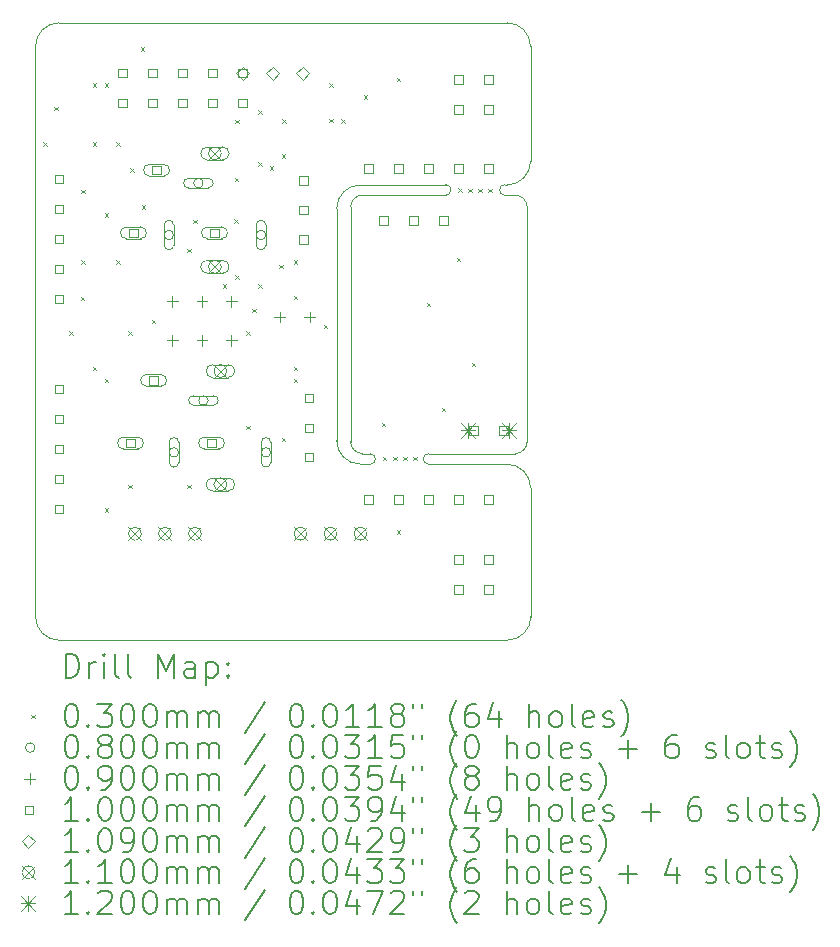
<source format=gbr>
%TF.GenerationSoftware,KiCad,Pcbnew,8.0.4*%
%TF.CreationDate,2024-08-25T20:21:53-07:00*%
%TF.ProjectId,Croissant_Protoboard,43726f69-7373-4616-9e74-5f50726f746f,rev?*%
%TF.SameCoordinates,Original*%
%TF.FileFunction,Drillmap*%
%TF.FilePolarity,Positive*%
%FSLAX45Y45*%
G04 Gerber Fmt 4.5, Leading zero omitted, Abs format (unit mm)*
G04 Created by KiCad (PCBNEW 8.0.4) date 2024-08-25 20:21:53*
%MOMM*%
%LPD*%
G01*
G04 APERTURE LIST*
%ADD10C,0.050000*%
%ADD11C,0.100000*%
%ADD12C,0.200000*%
%ADD13C,0.109000*%
%ADD14C,0.110000*%
%ADD15C,0.120000*%
G04 APERTURE END LIST*
D10*
X8773544Y-5932380D02*
G75*
G02*
X8773544Y-5842760I6J44810D01*
G01*
D11*
X7549480Y-8209528D02*
X7632610Y-8209814D01*
D10*
X8862358Y-5932472D02*
G75*
G02*
X8962358Y-6032472I2J-99998D01*
G01*
X8773544Y-5932380D02*
X8862358Y-5932472D01*
X7567838Y-5932472D02*
X8273544Y-5932380D01*
D11*
X8793979Y-9700000D02*
X5000000Y-9700000D01*
D10*
X7632610Y-8120186D02*
X7567838Y-8120000D01*
X7467838Y-6032472D02*
G75*
G02*
X7567838Y-5932468I100002J2D01*
G01*
X8862358Y-8120000D02*
X8128000Y-8120186D01*
D11*
X8991400Y-5646000D02*
G75*
G02*
X8791400Y-5846000I-200010J10D01*
G01*
D10*
X8962358Y-6032472D02*
X8962358Y-8020000D01*
D11*
X8991301Y-4672061D02*
X8991400Y-5646000D01*
X5000000Y-4473000D02*
X8791301Y-4472061D01*
X7349480Y-6046000D02*
X7349480Y-8009528D01*
X8791400Y-8209528D02*
G75*
G02*
X8991402Y-8409528I0J-200002D01*
G01*
D10*
X8273544Y-5842752D02*
G75*
G02*
X8273544Y-5932388I6J-44818D01*
G01*
X8962358Y-8020000D02*
G75*
G02*
X8862358Y-8119998I-99998J0D01*
G01*
X7467838Y-8020000D02*
X7467838Y-6032472D01*
D11*
X4800000Y-9500000D02*
X4800000Y-4673000D01*
X5000000Y-9700000D02*
G75*
G02*
X4800000Y-9500000I0J200000D01*
G01*
D10*
X8128000Y-8209814D02*
G75*
G02*
X8128000Y-8120186I0J44814D01*
G01*
D11*
X8993979Y-9500000D02*
G75*
G02*
X8793979Y-9699999I-199999J0D01*
G01*
X8273544Y-5842752D02*
X7549480Y-5846000D01*
X8991400Y-8409528D02*
X8993979Y-9500000D01*
D10*
X7567838Y-8120000D02*
G75*
G02*
X7467840Y-8020000I2J100000D01*
G01*
X7632610Y-8120186D02*
G75*
G02*
X7632610Y-8209814I0J-44814D01*
G01*
D11*
X4800000Y-4673000D02*
G75*
G02*
X5000000Y-4473000I200000J0D01*
G01*
X7349480Y-6046000D02*
G75*
G02*
X7549480Y-5846000I200000J0D01*
G01*
X7549480Y-8209528D02*
G75*
G02*
X7349482Y-8009528I0J199998D01*
G01*
X8791400Y-5846000D02*
X8773544Y-5842752D01*
X8791301Y-4472061D02*
G75*
G02*
X8991299Y-4672061I-1J-199999D01*
G01*
X8128000Y-8209814D02*
X8791400Y-8209528D01*
D12*
D11*
X4865000Y-5485000D02*
X4895000Y-5515000D01*
X4895000Y-5485000D02*
X4865000Y-5515000D01*
X4959260Y-5185000D02*
X4989260Y-5215000D01*
X4989260Y-5185000D02*
X4959260Y-5215000D01*
X5085000Y-7085000D02*
X5115000Y-7115000D01*
X5115000Y-7085000D02*
X5085000Y-7115000D01*
X5182360Y-6791394D02*
X5212360Y-6821394D01*
X5212360Y-6791394D02*
X5182360Y-6821394D01*
X5185000Y-5885000D02*
X5215000Y-5915000D01*
X5215000Y-5885000D02*
X5185000Y-5915000D01*
X5185000Y-6485000D02*
X5215000Y-6515000D01*
X5215000Y-6485000D02*
X5185000Y-6515000D01*
X5285000Y-4985000D02*
X5315000Y-5015000D01*
X5315000Y-4985000D02*
X5285000Y-5015000D01*
X5285000Y-5485000D02*
X5315000Y-5515000D01*
X5315000Y-5485000D02*
X5285000Y-5515000D01*
X5285000Y-7385000D02*
X5315000Y-7415000D01*
X5315000Y-7385000D02*
X5285000Y-7415000D01*
X5385000Y-4985000D02*
X5415000Y-5015000D01*
X5415000Y-4985000D02*
X5385000Y-5015000D01*
X5385000Y-6085000D02*
X5415000Y-6115000D01*
X5415000Y-6085000D02*
X5385000Y-6115000D01*
X5385000Y-7485000D02*
X5415000Y-7515000D01*
X5415000Y-7485000D02*
X5385000Y-7515000D01*
X5385000Y-8585000D02*
X5415000Y-8615000D01*
X5415000Y-8585000D02*
X5385000Y-8615000D01*
X5485000Y-5485000D02*
X5515000Y-5515000D01*
X5515000Y-5485000D02*
X5485000Y-5515000D01*
X5485000Y-6485000D02*
X5515000Y-6515000D01*
X5515000Y-6485000D02*
X5485000Y-6515000D01*
X5585000Y-7085000D02*
X5615000Y-7115000D01*
X5615000Y-7085000D02*
X5585000Y-7115000D01*
X5585000Y-8385000D02*
X5615000Y-8415000D01*
X5615000Y-8385000D02*
X5585000Y-8415000D01*
X5601839Y-5701839D02*
X5631839Y-5731839D01*
X5631839Y-5701839D02*
X5601839Y-5731839D01*
X5689372Y-4678000D02*
X5719372Y-4708000D01*
X5719372Y-4678000D02*
X5689372Y-4708000D01*
X5700000Y-6017500D02*
X5730000Y-6047500D01*
X5730000Y-6017500D02*
X5700000Y-6047500D01*
X5785000Y-6985000D02*
X5815000Y-7015000D01*
X5815000Y-6985000D02*
X5785000Y-7015000D01*
X6085000Y-6385000D02*
X6115000Y-6415000D01*
X6115000Y-6385000D02*
X6085000Y-6415000D01*
X6085000Y-8385000D02*
X6115000Y-8415000D01*
X6115000Y-8385000D02*
X6085000Y-8415000D01*
X6137357Y-6141283D02*
X6167357Y-6171283D01*
X6167357Y-6141283D02*
X6137357Y-6171283D01*
X6385000Y-6685000D02*
X6415000Y-6715000D01*
X6415000Y-6685000D02*
X6385000Y-6715000D01*
X6484298Y-6137002D02*
X6514298Y-6167002D01*
X6514298Y-6137002D02*
X6484298Y-6167002D01*
X6485000Y-5785000D02*
X6515000Y-5815000D01*
X6515000Y-5785000D02*
X6485000Y-5815000D01*
X6490617Y-6610000D02*
X6520617Y-6640000D01*
X6520617Y-6610000D02*
X6490617Y-6640000D01*
X6492033Y-5292033D02*
X6522033Y-5322033D01*
X6522033Y-5292033D02*
X6492033Y-5322033D01*
X6585000Y-7085000D02*
X6615000Y-7115000D01*
X6615000Y-7085000D02*
X6585000Y-7115000D01*
X6585000Y-7885000D02*
X6615000Y-7915000D01*
X6615000Y-7885000D02*
X6585000Y-7915000D01*
X6633283Y-6892468D02*
X6663283Y-6922468D01*
X6663283Y-6892468D02*
X6633283Y-6922468D01*
X6683647Y-5651606D02*
X6713647Y-5681606D01*
X6713647Y-5651606D02*
X6683647Y-5681606D01*
X6685000Y-5214000D02*
X6715000Y-5244000D01*
X6715000Y-5214000D02*
X6685000Y-5244000D01*
X6685000Y-6685000D02*
X6715000Y-6715000D01*
X6715000Y-6685000D02*
X6685000Y-6715000D01*
X6785000Y-5685000D02*
X6815000Y-5715000D01*
X6815000Y-5685000D02*
X6785000Y-5715000D01*
X6862559Y-6519758D02*
X6892559Y-6549758D01*
X6892559Y-6519758D02*
X6862559Y-6549758D01*
X6885000Y-5585000D02*
X6915000Y-5615000D01*
X6915000Y-5585000D02*
X6885000Y-5615000D01*
X6885000Y-7985000D02*
X6915000Y-8015000D01*
X6915000Y-7985000D02*
X6885000Y-8015000D01*
X6888033Y-5288033D02*
X6918033Y-5318033D01*
X6918033Y-5288033D02*
X6888033Y-5318033D01*
X6985000Y-6485000D02*
X7015000Y-6515000D01*
X7015000Y-6485000D02*
X6985000Y-6515000D01*
X6985000Y-6785000D02*
X7015000Y-6815000D01*
X7015000Y-6785000D02*
X6985000Y-6815000D01*
X6985000Y-7385000D02*
X7015000Y-7415000D01*
X7015000Y-7385000D02*
X6985000Y-7415000D01*
X6988033Y-7488033D02*
X7018033Y-7518033D01*
X7018033Y-7488033D02*
X6988033Y-7518033D01*
X7241150Y-7028850D02*
X7271150Y-7058850D01*
X7271150Y-7028850D02*
X7241150Y-7058850D01*
X7285000Y-4985000D02*
X7315000Y-5015000D01*
X7315000Y-4985000D02*
X7285000Y-5015000D01*
X7285000Y-5285000D02*
X7315000Y-5315000D01*
X7315000Y-5285000D02*
X7285000Y-5315000D01*
X7388033Y-5288033D02*
X7418033Y-5318033D01*
X7418033Y-5288033D02*
X7388033Y-5318033D01*
X7580000Y-5087000D02*
X7610000Y-5117000D01*
X7610000Y-5087000D02*
X7580000Y-5117000D01*
X7732000Y-7859000D02*
X7762000Y-7889000D01*
X7762000Y-7859000D02*
X7732000Y-7889000D01*
X7741258Y-8146704D02*
X7771258Y-8176704D01*
X7771258Y-8146704D02*
X7741258Y-8176704D01*
X7827413Y-8147521D02*
X7857413Y-8177521D01*
X7857413Y-8147521D02*
X7827413Y-8177521D01*
X7859000Y-4938000D02*
X7889000Y-4968000D01*
X7889000Y-4938000D02*
X7859000Y-4968000D01*
X7859000Y-8771008D02*
X7889000Y-8801008D01*
X7889000Y-8771008D02*
X7859000Y-8801008D01*
X7911526Y-8148338D02*
X7941526Y-8178338D01*
X7941526Y-8148338D02*
X7911526Y-8178338D01*
X7997680Y-8147521D02*
X8027680Y-8177521D01*
X8027680Y-8147521D02*
X7997680Y-8177521D01*
X8113000Y-6843000D02*
X8143000Y-6873000D01*
X8143000Y-6843000D02*
X8113000Y-6873000D01*
X8240000Y-7732000D02*
X8270000Y-7762000D01*
X8270000Y-7732000D02*
X8240000Y-7762000D01*
X8367000Y-6462000D02*
X8397000Y-6492000D01*
X8397000Y-6462000D02*
X8367000Y-6492000D01*
X8377716Y-5875469D02*
X8407716Y-5905469D01*
X8407716Y-5875469D02*
X8377716Y-5905469D01*
X8463870Y-5876286D02*
X8493870Y-5906286D01*
X8493870Y-5876286D02*
X8463870Y-5906286D01*
X8494000Y-7351000D02*
X8524000Y-7381000D01*
X8524000Y-7351000D02*
X8494000Y-7381000D01*
X8547983Y-5877102D02*
X8577983Y-5907102D01*
X8577983Y-5877102D02*
X8547983Y-5907102D01*
X8634137Y-5876286D02*
X8664137Y-5906286D01*
X8664137Y-5876286D02*
X8634137Y-5906286D01*
X5969298Y-6269758D02*
G75*
G02*
X5889298Y-6269758I-40000J0D01*
G01*
X5889298Y-6269758D02*
G75*
G02*
X5969298Y-6269758I40000J0D01*
G01*
X5969298Y-6354758D02*
X5969298Y-6184758D01*
X5889298Y-6184758D02*
G75*
G02*
X5969298Y-6184758I40000J0D01*
G01*
X5889298Y-6184758D02*
X5889298Y-6354758D01*
X5889298Y-6354758D02*
G75*
G03*
X5969298Y-6354758I40000J0D01*
G01*
X6011845Y-8110016D02*
G75*
G02*
X5931845Y-8110016I-40000J0D01*
G01*
X5931845Y-8110016D02*
G75*
G02*
X6011845Y-8110016I40000J0D01*
G01*
X6011845Y-8195016D02*
X6011845Y-8025016D01*
X5931845Y-8025016D02*
G75*
G02*
X6011845Y-8025016I40000J0D01*
G01*
X5931845Y-8025016D02*
X5931845Y-8195016D01*
X5931845Y-8195016D02*
G75*
G03*
X6011845Y-8195016I40000J0D01*
G01*
X6219298Y-5829758D02*
G75*
G02*
X6139298Y-5829758I-40000J0D01*
G01*
X6139298Y-5829758D02*
G75*
G02*
X6219298Y-5829758I40000J0D01*
G01*
X6094298Y-5869758D02*
X6264298Y-5869758D01*
X6264298Y-5789758D02*
G75*
G02*
X6264298Y-5869758I0J-40000D01*
G01*
X6264298Y-5789758D02*
X6094298Y-5789758D01*
X6094298Y-5789758D02*
G75*
G03*
X6094298Y-5869758I0J-40000D01*
G01*
X6261845Y-7670016D02*
G75*
G02*
X6181845Y-7670016I-40000J0D01*
G01*
X6181845Y-7670016D02*
G75*
G02*
X6261845Y-7670016I40000J0D01*
G01*
X6136845Y-7710016D02*
X6306845Y-7710016D01*
X6306845Y-7630016D02*
G75*
G02*
X6306845Y-7710016I0J-40000D01*
G01*
X6306845Y-7630016D02*
X6136845Y-7630016D01*
X6136845Y-7630016D02*
G75*
G03*
X6136845Y-7710016I0J-40000D01*
G01*
X6749298Y-6269758D02*
G75*
G02*
X6669298Y-6269758I-40000J0D01*
G01*
X6669298Y-6269758D02*
G75*
G02*
X6749298Y-6269758I40000J0D01*
G01*
X6749298Y-6354758D02*
X6749298Y-6184758D01*
X6669298Y-6184758D02*
G75*
G02*
X6749298Y-6184758I40000J0D01*
G01*
X6669298Y-6184758D02*
X6669298Y-6354758D01*
X6669298Y-6354758D02*
G75*
G03*
X6749298Y-6354758I40000J0D01*
G01*
X6791845Y-8110016D02*
G75*
G02*
X6711845Y-8110016I-40000J0D01*
G01*
X6711845Y-8110016D02*
G75*
G02*
X6791845Y-8110016I40000J0D01*
G01*
X6791845Y-8195016D02*
X6791845Y-8025016D01*
X6711845Y-8025016D02*
G75*
G02*
X6791845Y-8025016I40000J0D01*
G01*
X6711845Y-8025016D02*
X6711845Y-8195016D01*
X6711845Y-8195016D02*
G75*
G03*
X6791845Y-8195016I40000J0D01*
G01*
X5958283Y-6787468D02*
X5958283Y-6877468D01*
X5913283Y-6832468D02*
X6003283Y-6832468D01*
X5958283Y-7117468D02*
X5958283Y-7207468D01*
X5913283Y-7162468D02*
X6003283Y-7162468D01*
X6208283Y-6787468D02*
X6208283Y-6877468D01*
X6163283Y-6832468D02*
X6253283Y-6832468D01*
X6208283Y-7117468D02*
X6208283Y-7207468D01*
X6163283Y-7162468D02*
X6253283Y-7162468D01*
X6458283Y-6787468D02*
X6458283Y-6877468D01*
X6413283Y-6832468D02*
X6503283Y-6832468D01*
X6458283Y-7117468D02*
X6458283Y-7207468D01*
X6413283Y-7162468D02*
X6503283Y-7162468D01*
X6867150Y-6918402D02*
X6867150Y-7008402D01*
X6822150Y-6963402D02*
X6912150Y-6963402D01*
X7121150Y-6918402D02*
X7121150Y-7008402D01*
X7076150Y-6963402D02*
X7166150Y-6963402D01*
X5035356Y-7606782D02*
X5035356Y-7536070D01*
X4964644Y-7536070D01*
X4964644Y-7606782D01*
X5035356Y-7606782D01*
X5035356Y-7860782D02*
X5035356Y-7790070D01*
X4964644Y-7790070D01*
X4964644Y-7860782D01*
X5035356Y-7860782D01*
X5035356Y-8114782D02*
X5035356Y-8044070D01*
X4964644Y-8044070D01*
X4964644Y-8114782D01*
X5035356Y-8114782D01*
X5035356Y-8368782D02*
X5035356Y-8298070D01*
X4964644Y-8298070D01*
X4964644Y-8368782D01*
X5035356Y-8368782D01*
X5035356Y-8622782D02*
X5035356Y-8552071D01*
X4964644Y-8552071D01*
X4964644Y-8622782D01*
X5035356Y-8622782D01*
X5036725Y-5829285D02*
X5036725Y-5758573D01*
X4966013Y-5758573D01*
X4966013Y-5829285D01*
X5036725Y-5829285D01*
X5036725Y-6083285D02*
X5036725Y-6012573D01*
X4966013Y-6012573D01*
X4966013Y-6083285D01*
X5036725Y-6083285D01*
X5036725Y-6337285D02*
X5036725Y-6266573D01*
X4966013Y-6266573D01*
X4966013Y-6337285D01*
X5036725Y-6337285D01*
X5036725Y-6591285D02*
X5036725Y-6520573D01*
X4966013Y-6520573D01*
X4966013Y-6591285D01*
X5036725Y-6591285D01*
X5036725Y-6845285D02*
X5036725Y-6774573D01*
X4966013Y-6774573D01*
X4966013Y-6845285D01*
X5036725Y-6845285D01*
X5573356Y-4935356D02*
X5573356Y-4864644D01*
X5502644Y-4864644D01*
X5502644Y-4935356D01*
X5573356Y-4935356D01*
X5573356Y-5189356D02*
X5573356Y-5118644D01*
X5502644Y-5118644D01*
X5502644Y-5189356D01*
X5573356Y-5189356D01*
X5639956Y-8065356D02*
X5639956Y-7994644D01*
X5569244Y-7994644D01*
X5569244Y-8065356D01*
X5639956Y-8065356D01*
X5664600Y-7980000D02*
X5544600Y-7980000D01*
X5544600Y-8080000D02*
G75*
G02*
X5544600Y-7980000I0J50000D01*
G01*
X5544600Y-8080000D02*
X5664600Y-8080000D01*
X5664600Y-8080000D02*
G75*
G03*
X5664600Y-7980000I0J50000D01*
G01*
X5665067Y-6286292D02*
X5665067Y-6215581D01*
X5594355Y-6215581D01*
X5594355Y-6286292D01*
X5665067Y-6286292D01*
X5689711Y-6200936D02*
X5569711Y-6200936D01*
X5569711Y-6300936D02*
G75*
G02*
X5569711Y-6200936I0J50000D01*
G01*
X5569711Y-6300936D02*
X5689711Y-6300936D01*
X5689711Y-6300936D02*
G75*
G03*
X5689711Y-6200936I0J50000D01*
G01*
X5827356Y-4935356D02*
X5827356Y-4864644D01*
X5756644Y-4864644D01*
X5756644Y-4935356D01*
X5827356Y-4935356D01*
X5827356Y-5189356D02*
X5827356Y-5118644D01*
X5756644Y-5118644D01*
X5756644Y-5189356D01*
X5827356Y-5189356D01*
X5835356Y-7535356D02*
X5835356Y-7464644D01*
X5764644Y-7464644D01*
X5764644Y-7535356D01*
X5835356Y-7535356D01*
X5860000Y-7450000D02*
X5740000Y-7450000D01*
X5740000Y-7550000D02*
G75*
G02*
X5740000Y-7450000I0J50000D01*
G01*
X5740000Y-7550000D02*
X5860000Y-7550000D01*
X5860000Y-7550000D02*
G75*
G03*
X5860000Y-7450000I0J50000D01*
G01*
X5860467Y-5756292D02*
X5860467Y-5685581D01*
X5789755Y-5685581D01*
X5789755Y-5756292D01*
X5860467Y-5756292D01*
X5885111Y-5670936D02*
X5765111Y-5670936D01*
X5765111Y-5770936D02*
G75*
G02*
X5765111Y-5670936I0J50000D01*
G01*
X5765111Y-5770936D02*
X5885111Y-5770936D01*
X5885111Y-5770936D02*
G75*
G03*
X5885111Y-5670936I0J50000D01*
G01*
X6081356Y-4935356D02*
X6081356Y-4864644D01*
X6010644Y-4864644D01*
X6010644Y-4935356D01*
X6081356Y-4935356D01*
X6081356Y-5189356D02*
X6081356Y-5118644D01*
X6010644Y-5118644D01*
X6010644Y-5189356D01*
X6081356Y-5189356D01*
X6325756Y-8065356D02*
X6325756Y-7994644D01*
X6255044Y-7994644D01*
X6255044Y-8065356D01*
X6325756Y-8065356D01*
X6230400Y-8080000D02*
X6350400Y-8080000D01*
X6350400Y-7980000D02*
G75*
G02*
X6350400Y-8080000I0J-50000D01*
G01*
X6350400Y-7980000D02*
X6230400Y-7980000D01*
X6230400Y-7980000D02*
G75*
G03*
X6230400Y-8080000I0J-50000D01*
G01*
X6335356Y-4935356D02*
X6335356Y-4864644D01*
X6264644Y-4864644D01*
X6264644Y-4935356D01*
X6335356Y-4935356D01*
X6335356Y-5189356D02*
X6335356Y-5118644D01*
X6264644Y-5118644D01*
X6264644Y-5189356D01*
X6335356Y-5189356D01*
X6350867Y-6286292D02*
X6350867Y-6215581D01*
X6280155Y-6215581D01*
X6280155Y-6286292D01*
X6350867Y-6286292D01*
X6255511Y-6300936D02*
X6375511Y-6300936D01*
X6375511Y-6200936D02*
G75*
G02*
X6375511Y-6300936I0J-50000D01*
G01*
X6375511Y-6200936D02*
X6255511Y-6200936D01*
X6255511Y-6200936D02*
G75*
G03*
X6255511Y-6300936I0J-50000D01*
G01*
X6589356Y-4935356D02*
X6589356Y-4864644D01*
X6518644Y-4864644D01*
X6518644Y-4935356D01*
X6589356Y-4935356D01*
X6589356Y-5189356D02*
X6589356Y-5118644D01*
X6518644Y-5118644D01*
X6518644Y-5189356D01*
X6589356Y-5189356D01*
X7104182Y-5843858D02*
X7104182Y-5773147D01*
X7033470Y-5773147D01*
X7033470Y-5843858D01*
X7104182Y-5843858D01*
X7104182Y-6093858D02*
X7104182Y-6023147D01*
X7033470Y-6023147D01*
X7033470Y-6093858D01*
X7104182Y-6093858D01*
X7104182Y-6343858D02*
X7104182Y-6273147D01*
X7033470Y-6273147D01*
X7033470Y-6343858D01*
X7104182Y-6343858D01*
X7151048Y-7686742D02*
X7151048Y-7616031D01*
X7080336Y-7616031D01*
X7080336Y-7686742D01*
X7151048Y-7686742D01*
X7151048Y-7936742D02*
X7151048Y-7866031D01*
X7080336Y-7866031D01*
X7080336Y-7936742D01*
X7151048Y-7936742D01*
X7151048Y-8186742D02*
X7151048Y-8116031D01*
X7080336Y-8116031D01*
X7080336Y-8186742D01*
X7151048Y-8186742D01*
X7654483Y-5742267D02*
X7654483Y-5671556D01*
X7583772Y-5671556D01*
X7583772Y-5742267D01*
X7654483Y-5742267D01*
X7656236Y-8544356D02*
X7656236Y-8473644D01*
X7585524Y-8473644D01*
X7585524Y-8544356D01*
X7656236Y-8544356D01*
X7782628Y-6181356D02*
X7782628Y-6110644D01*
X7711917Y-6110644D01*
X7711917Y-6181356D01*
X7782628Y-6181356D01*
X7908483Y-5742267D02*
X7908483Y-5671556D01*
X7837772Y-5671556D01*
X7837772Y-5742267D01*
X7908483Y-5742267D01*
X7910236Y-8544356D02*
X7910236Y-8473644D01*
X7839524Y-8473644D01*
X7839524Y-8544356D01*
X7910236Y-8544356D01*
X8036628Y-6181356D02*
X8036628Y-6110644D01*
X7965917Y-6110644D01*
X7965917Y-6181356D01*
X8036628Y-6181356D01*
X8162483Y-5742267D02*
X8162483Y-5671556D01*
X8091772Y-5671556D01*
X8091772Y-5742267D01*
X8162483Y-5742267D01*
X8164236Y-8544356D02*
X8164236Y-8473644D01*
X8093524Y-8473644D01*
X8093524Y-8544356D01*
X8164236Y-8544356D01*
X8290628Y-6181356D02*
X8290628Y-6110644D01*
X8219917Y-6110644D01*
X8219917Y-6181356D01*
X8290628Y-6181356D01*
X8416483Y-4989443D02*
X8416483Y-4918731D01*
X8345772Y-4918731D01*
X8345772Y-4989443D01*
X8416483Y-4989443D01*
X8416483Y-5243443D02*
X8416483Y-5172731D01*
X8345772Y-5172731D01*
X8345772Y-5243443D01*
X8416483Y-5243443D01*
X8416483Y-5742267D02*
X8416483Y-5671556D01*
X8345772Y-5671556D01*
X8345772Y-5742267D01*
X8416483Y-5742267D01*
X8416767Y-9052356D02*
X8416767Y-8981644D01*
X8346055Y-8981644D01*
X8346055Y-9052356D01*
X8416767Y-9052356D01*
X8416767Y-9306356D02*
X8416767Y-9235644D01*
X8346055Y-9235644D01*
X8346055Y-9306356D01*
X8416767Y-9306356D01*
X8418236Y-8544356D02*
X8418236Y-8473644D01*
X8347524Y-8473644D01*
X8347524Y-8544356D01*
X8418236Y-8544356D01*
X8544356Y-7959424D02*
X8544356Y-7888713D01*
X8473644Y-7888713D01*
X8473644Y-7959424D01*
X8544356Y-7959424D01*
X8670483Y-5742267D02*
X8670483Y-5671556D01*
X8599772Y-5671556D01*
X8599772Y-5742267D01*
X8670483Y-5742267D01*
X8671141Y-4988356D02*
X8671141Y-4917644D01*
X8600430Y-4917644D01*
X8600430Y-4988356D01*
X8671141Y-4988356D01*
X8671141Y-5242356D02*
X8671141Y-5171644D01*
X8600430Y-5171644D01*
X8600430Y-5242356D01*
X8671141Y-5242356D01*
X8671356Y-9053027D02*
X8671356Y-8982316D01*
X8600644Y-8982316D01*
X8600644Y-9053027D01*
X8671356Y-9053027D01*
X8671356Y-9307027D02*
X8671356Y-9236316D01*
X8600644Y-9236316D01*
X8600644Y-9307027D01*
X8671356Y-9307027D01*
X8672236Y-8544356D02*
X8672236Y-8473644D01*
X8601524Y-8473644D01*
X8601524Y-8544356D01*
X8672236Y-8544356D01*
X8798356Y-7959424D02*
X8798356Y-7888713D01*
X8727644Y-7888713D01*
X8727644Y-7959424D01*
X8798356Y-7959424D01*
D13*
X6554000Y-4954500D02*
X6608500Y-4900000D01*
X6554000Y-4845500D01*
X6499500Y-4900000D01*
X6554000Y-4954500D01*
X6808000Y-4954500D02*
X6862500Y-4900000D01*
X6808000Y-4845500D01*
X6753500Y-4900000D01*
X6808000Y-4954500D01*
X7062000Y-4954500D02*
X7116500Y-4900000D01*
X7062000Y-4845500D01*
X7007500Y-4900000D01*
X7062000Y-4954500D01*
D14*
X5587316Y-8743400D02*
X5697316Y-8853400D01*
X5697316Y-8743400D02*
X5587316Y-8853400D01*
X5697316Y-8798400D02*
G75*
G02*
X5587316Y-8798400I-55000J0D01*
G01*
X5587316Y-8798400D02*
G75*
G02*
X5697316Y-8798400I55000J0D01*
G01*
X5841316Y-8743400D02*
X5951316Y-8853400D01*
X5951316Y-8743400D02*
X5841316Y-8853400D01*
X5951316Y-8798400D02*
G75*
G02*
X5841316Y-8798400I-55000J0D01*
G01*
X5841316Y-8798400D02*
G75*
G02*
X5951316Y-8798400I55000J0D01*
G01*
X6095316Y-8743400D02*
X6205316Y-8853400D01*
X6205316Y-8743400D02*
X6095316Y-8853400D01*
X6205316Y-8798400D02*
G75*
G02*
X6095316Y-8798400I-55000J0D01*
G01*
X6095316Y-8798400D02*
G75*
G02*
X6205316Y-8798400I55000J0D01*
G01*
X6263826Y-5523503D02*
X6373826Y-5633503D01*
X6373826Y-5523503D02*
X6263826Y-5633503D01*
X6373826Y-5578503D02*
G75*
G02*
X6263826Y-5578503I-55000J0D01*
G01*
X6263826Y-5578503D02*
G75*
G02*
X6373826Y-5578503I55000J0D01*
G01*
D11*
X6383826Y-5523503D02*
X6253826Y-5523503D01*
X6253826Y-5633503D02*
G75*
G02*
X6253826Y-5523503I0J55000D01*
G01*
X6253826Y-5633503D02*
X6383826Y-5633503D01*
X6383826Y-5633503D02*
G75*
G03*
X6383826Y-5523503I0J55000D01*
G01*
D14*
X6263826Y-6483503D02*
X6373826Y-6593503D01*
X6373826Y-6483503D02*
X6263826Y-6593503D01*
X6373826Y-6538503D02*
G75*
G02*
X6263826Y-6538503I-55000J0D01*
G01*
X6263826Y-6538503D02*
G75*
G02*
X6373826Y-6538503I55000J0D01*
G01*
D11*
X6383826Y-6483503D02*
X6253826Y-6483503D01*
X6253826Y-6593503D02*
G75*
G02*
X6253826Y-6483503I0J55000D01*
G01*
X6253826Y-6593503D02*
X6383826Y-6593503D01*
X6383826Y-6593503D02*
G75*
G03*
X6383826Y-6483503I0J55000D01*
G01*
D14*
X6310692Y-7366386D02*
X6420692Y-7476386D01*
X6420692Y-7366386D02*
X6310692Y-7476386D01*
X6420692Y-7421386D02*
G75*
G02*
X6310692Y-7421386I-55000J0D01*
G01*
X6310692Y-7421386D02*
G75*
G02*
X6420692Y-7421386I55000J0D01*
G01*
D11*
X6430692Y-7366386D02*
X6300692Y-7366386D01*
X6300692Y-7476386D02*
G75*
G02*
X6300692Y-7366386I0J55000D01*
G01*
X6300692Y-7476386D02*
X6430692Y-7476386D01*
X6430692Y-7476386D02*
G75*
G03*
X6430692Y-7366386I0J55000D01*
G01*
D14*
X6310692Y-8326386D02*
X6420692Y-8436386D01*
X6420692Y-8326386D02*
X6310692Y-8436386D01*
X6420692Y-8381386D02*
G75*
G02*
X6310692Y-8381386I-55000J0D01*
G01*
X6310692Y-8381386D02*
G75*
G02*
X6420692Y-8381386I55000J0D01*
G01*
D11*
X6430692Y-8326386D02*
X6300692Y-8326386D01*
X6300692Y-8436386D02*
G75*
G02*
X6300692Y-8326386I0J55000D01*
G01*
X6300692Y-8436386D02*
X6430692Y-8436386D01*
X6430692Y-8436386D02*
G75*
G03*
X6430692Y-8326386I0J55000D01*
G01*
D14*
X6988032Y-8743400D02*
X7098032Y-8853400D01*
X7098032Y-8743400D02*
X6988032Y-8853400D01*
X7098032Y-8798400D02*
G75*
G02*
X6988032Y-8798400I-55000J0D01*
G01*
X6988032Y-8798400D02*
G75*
G02*
X7098032Y-8798400I55000J0D01*
G01*
X7242032Y-8743400D02*
X7352032Y-8853400D01*
X7352032Y-8743400D02*
X7242032Y-8853400D01*
X7352032Y-8798400D02*
G75*
G02*
X7242032Y-8798400I-55000J0D01*
G01*
X7242032Y-8798400D02*
G75*
G02*
X7352032Y-8798400I55000J0D01*
G01*
X7496032Y-8743400D02*
X7606032Y-8853400D01*
X7606032Y-8743400D02*
X7496032Y-8853400D01*
X7606032Y-8798400D02*
G75*
G02*
X7496032Y-8798400I-55000J0D01*
G01*
X7496032Y-8798400D02*
G75*
G02*
X7606032Y-8798400I55000J0D01*
G01*
D15*
X8399738Y-7864629D02*
X8519738Y-7984629D01*
X8519738Y-7864629D02*
X8399738Y-7984629D01*
X8459738Y-7864629D02*
X8459738Y-7984629D01*
X8399738Y-7924629D02*
X8519738Y-7924629D01*
X8749738Y-7864629D02*
X8869738Y-7984629D01*
X8869738Y-7864629D02*
X8749738Y-7984629D01*
X8809738Y-7864629D02*
X8809738Y-7984629D01*
X8749738Y-7924629D02*
X8869738Y-7924629D01*
D12*
X5055777Y-10016484D02*
X5055777Y-9816484D01*
X5055777Y-9816484D02*
X5103396Y-9816484D01*
X5103396Y-9816484D02*
X5131967Y-9826008D01*
X5131967Y-9826008D02*
X5151015Y-9845055D01*
X5151015Y-9845055D02*
X5160539Y-9864103D01*
X5160539Y-9864103D02*
X5170063Y-9902198D01*
X5170063Y-9902198D02*
X5170063Y-9930770D01*
X5170063Y-9930770D02*
X5160539Y-9968865D01*
X5160539Y-9968865D02*
X5151015Y-9987912D01*
X5151015Y-9987912D02*
X5131967Y-10006960D01*
X5131967Y-10006960D02*
X5103396Y-10016484D01*
X5103396Y-10016484D02*
X5055777Y-10016484D01*
X5255777Y-10016484D02*
X5255777Y-9883150D01*
X5255777Y-9921246D02*
X5265301Y-9902198D01*
X5265301Y-9902198D02*
X5274824Y-9892674D01*
X5274824Y-9892674D02*
X5293872Y-9883150D01*
X5293872Y-9883150D02*
X5312920Y-9883150D01*
X5379586Y-10016484D02*
X5379586Y-9883150D01*
X5379586Y-9816484D02*
X5370063Y-9826008D01*
X5370063Y-9826008D02*
X5379586Y-9835531D01*
X5379586Y-9835531D02*
X5389110Y-9826008D01*
X5389110Y-9826008D02*
X5379586Y-9816484D01*
X5379586Y-9816484D02*
X5379586Y-9835531D01*
X5503396Y-10016484D02*
X5484348Y-10006960D01*
X5484348Y-10006960D02*
X5474824Y-9987912D01*
X5474824Y-9987912D02*
X5474824Y-9816484D01*
X5608158Y-10016484D02*
X5589110Y-10006960D01*
X5589110Y-10006960D02*
X5579586Y-9987912D01*
X5579586Y-9987912D02*
X5579586Y-9816484D01*
X5836729Y-10016484D02*
X5836729Y-9816484D01*
X5836729Y-9816484D02*
X5903396Y-9959341D01*
X5903396Y-9959341D02*
X5970062Y-9816484D01*
X5970062Y-9816484D02*
X5970062Y-10016484D01*
X6151015Y-10016484D02*
X6151015Y-9911722D01*
X6151015Y-9911722D02*
X6141491Y-9892674D01*
X6141491Y-9892674D02*
X6122443Y-9883150D01*
X6122443Y-9883150D02*
X6084348Y-9883150D01*
X6084348Y-9883150D02*
X6065301Y-9892674D01*
X6151015Y-10006960D02*
X6131967Y-10016484D01*
X6131967Y-10016484D02*
X6084348Y-10016484D01*
X6084348Y-10016484D02*
X6065301Y-10006960D01*
X6065301Y-10006960D02*
X6055777Y-9987912D01*
X6055777Y-9987912D02*
X6055777Y-9968865D01*
X6055777Y-9968865D02*
X6065301Y-9949817D01*
X6065301Y-9949817D02*
X6084348Y-9940293D01*
X6084348Y-9940293D02*
X6131967Y-9940293D01*
X6131967Y-9940293D02*
X6151015Y-9930770D01*
X6246253Y-9883150D02*
X6246253Y-10083150D01*
X6246253Y-9892674D02*
X6265301Y-9883150D01*
X6265301Y-9883150D02*
X6303396Y-9883150D01*
X6303396Y-9883150D02*
X6322443Y-9892674D01*
X6322443Y-9892674D02*
X6331967Y-9902198D01*
X6331967Y-9902198D02*
X6341491Y-9921246D01*
X6341491Y-9921246D02*
X6341491Y-9978389D01*
X6341491Y-9978389D02*
X6331967Y-9997436D01*
X6331967Y-9997436D02*
X6322443Y-10006960D01*
X6322443Y-10006960D02*
X6303396Y-10016484D01*
X6303396Y-10016484D02*
X6265301Y-10016484D01*
X6265301Y-10016484D02*
X6246253Y-10006960D01*
X6427205Y-9997436D02*
X6436729Y-10006960D01*
X6436729Y-10006960D02*
X6427205Y-10016484D01*
X6427205Y-10016484D02*
X6417682Y-10006960D01*
X6417682Y-10006960D02*
X6427205Y-9997436D01*
X6427205Y-9997436D02*
X6427205Y-10016484D01*
X6427205Y-9892674D02*
X6436729Y-9902198D01*
X6436729Y-9902198D02*
X6427205Y-9911722D01*
X6427205Y-9911722D02*
X6417682Y-9902198D01*
X6417682Y-9902198D02*
X6427205Y-9892674D01*
X6427205Y-9892674D02*
X6427205Y-9911722D01*
D11*
X4765000Y-10330000D02*
X4795000Y-10360000D01*
X4795000Y-10330000D02*
X4765000Y-10360000D01*
D12*
X5093872Y-10236484D02*
X5112920Y-10236484D01*
X5112920Y-10236484D02*
X5131967Y-10246008D01*
X5131967Y-10246008D02*
X5141491Y-10255531D01*
X5141491Y-10255531D02*
X5151015Y-10274579D01*
X5151015Y-10274579D02*
X5160539Y-10312674D01*
X5160539Y-10312674D02*
X5160539Y-10360293D01*
X5160539Y-10360293D02*
X5151015Y-10398389D01*
X5151015Y-10398389D02*
X5141491Y-10417436D01*
X5141491Y-10417436D02*
X5131967Y-10426960D01*
X5131967Y-10426960D02*
X5112920Y-10436484D01*
X5112920Y-10436484D02*
X5093872Y-10436484D01*
X5093872Y-10436484D02*
X5074824Y-10426960D01*
X5074824Y-10426960D02*
X5065301Y-10417436D01*
X5065301Y-10417436D02*
X5055777Y-10398389D01*
X5055777Y-10398389D02*
X5046253Y-10360293D01*
X5046253Y-10360293D02*
X5046253Y-10312674D01*
X5046253Y-10312674D02*
X5055777Y-10274579D01*
X5055777Y-10274579D02*
X5065301Y-10255531D01*
X5065301Y-10255531D02*
X5074824Y-10246008D01*
X5074824Y-10246008D02*
X5093872Y-10236484D01*
X5246253Y-10417436D02*
X5255777Y-10426960D01*
X5255777Y-10426960D02*
X5246253Y-10436484D01*
X5246253Y-10436484D02*
X5236729Y-10426960D01*
X5236729Y-10426960D02*
X5246253Y-10417436D01*
X5246253Y-10417436D02*
X5246253Y-10436484D01*
X5322444Y-10236484D02*
X5446253Y-10236484D01*
X5446253Y-10236484D02*
X5379586Y-10312674D01*
X5379586Y-10312674D02*
X5408158Y-10312674D01*
X5408158Y-10312674D02*
X5427205Y-10322198D01*
X5427205Y-10322198D02*
X5436729Y-10331722D01*
X5436729Y-10331722D02*
X5446253Y-10350770D01*
X5446253Y-10350770D02*
X5446253Y-10398389D01*
X5446253Y-10398389D02*
X5436729Y-10417436D01*
X5436729Y-10417436D02*
X5427205Y-10426960D01*
X5427205Y-10426960D02*
X5408158Y-10436484D01*
X5408158Y-10436484D02*
X5351015Y-10436484D01*
X5351015Y-10436484D02*
X5331967Y-10426960D01*
X5331967Y-10426960D02*
X5322444Y-10417436D01*
X5570063Y-10236484D02*
X5589110Y-10236484D01*
X5589110Y-10236484D02*
X5608158Y-10246008D01*
X5608158Y-10246008D02*
X5617682Y-10255531D01*
X5617682Y-10255531D02*
X5627205Y-10274579D01*
X5627205Y-10274579D02*
X5636729Y-10312674D01*
X5636729Y-10312674D02*
X5636729Y-10360293D01*
X5636729Y-10360293D02*
X5627205Y-10398389D01*
X5627205Y-10398389D02*
X5617682Y-10417436D01*
X5617682Y-10417436D02*
X5608158Y-10426960D01*
X5608158Y-10426960D02*
X5589110Y-10436484D01*
X5589110Y-10436484D02*
X5570063Y-10436484D01*
X5570063Y-10436484D02*
X5551015Y-10426960D01*
X5551015Y-10426960D02*
X5541491Y-10417436D01*
X5541491Y-10417436D02*
X5531967Y-10398389D01*
X5531967Y-10398389D02*
X5522444Y-10360293D01*
X5522444Y-10360293D02*
X5522444Y-10312674D01*
X5522444Y-10312674D02*
X5531967Y-10274579D01*
X5531967Y-10274579D02*
X5541491Y-10255531D01*
X5541491Y-10255531D02*
X5551015Y-10246008D01*
X5551015Y-10246008D02*
X5570063Y-10236484D01*
X5760539Y-10236484D02*
X5779586Y-10236484D01*
X5779586Y-10236484D02*
X5798634Y-10246008D01*
X5798634Y-10246008D02*
X5808158Y-10255531D01*
X5808158Y-10255531D02*
X5817682Y-10274579D01*
X5817682Y-10274579D02*
X5827205Y-10312674D01*
X5827205Y-10312674D02*
X5827205Y-10360293D01*
X5827205Y-10360293D02*
X5817682Y-10398389D01*
X5817682Y-10398389D02*
X5808158Y-10417436D01*
X5808158Y-10417436D02*
X5798634Y-10426960D01*
X5798634Y-10426960D02*
X5779586Y-10436484D01*
X5779586Y-10436484D02*
X5760539Y-10436484D01*
X5760539Y-10436484D02*
X5741491Y-10426960D01*
X5741491Y-10426960D02*
X5731967Y-10417436D01*
X5731967Y-10417436D02*
X5722443Y-10398389D01*
X5722443Y-10398389D02*
X5712920Y-10360293D01*
X5712920Y-10360293D02*
X5712920Y-10312674D01*
X5712920Y-10312674D02*
X5722443Y-10274579D01*
X5722443Y-10274579D02*
X5731967Y-10255531D01*
X5731967Y-10255531D02*
X5741491Y-10246008D01*
X5741491Y-10246008D02*
X5760539Y-10236484D01*
X5912920Y-10436484D02*
X5912920Y-10303150D01*
X5912920Y-10322198D02*
X5922443Y-10312674D01*
X5922443Y-10312674D02*
X5941491Y-10303150D01*
X5941491Y-10303150D02*
X5970063Y-10303150D01*
X5970063Y-10303150D02*
X5989110Y-10312674D01*
X5989110Y-10312674D02*
X5998634Y-10331722D01*
X5998634Y-10331722D02*
X5998634Y-10436484D01*
X5998634Y-10331722D02*
X6008158Y-10312674D01*
X6008158Y-10312674D02*
X6027205Y-10303150D01*
X6027205Y-10303150D02*
X6055777Y-10303150D01*
X6055777Y-10303150D02*
X6074824Y-10312674D01*
X6074824Y-10312674D02*
X6084348Y-10331722D01*
X6084348Y-10331722D02*
X6084348Y-10436484D01*
X6179586Y-10436484D02*
X6179586Y-10303150D01*
X6179586Y-10322198D02*
X6189110Y-10312674D01*
X6189110Y-10312674D02*
X6208158Y-10303150D01*
X6208158Y-10303150D02*
X6236729Y-10303150D01*
X6236729Y-10303150D02*
X6255777Y-10312674D01*
X6255777Y-10312674D02*
X6265301Y-10331722D01*
X6265301Y-10331722D02*
X6265301Y-10436484D01*
X6265301Y-10331722D02*
X6274824Y-10312674D01*
X6274824Y-10312674D02*
X6293872Y-10303150D01*
X6293872Y-10303150D02*
X6322443Y-10303150D01*
X6322443Y-10303150D02*
X6341491Y-10312674D01*
X6341491Y-10312674D02*
X6351015Y-10331722D01*
X6351015Y-10331722D02*
X6351015Y-10436484D01*
X6741491Y-10226960D02*
X6570063Y-10484103D01*
X6998634Y-10236484D02*
X7017682Y-10236484D01*
X7017682Y-10236484D02*
X7036729Y-10246008D01*
X7036729Y-10246008D02*
X7046253Y-10255531D01*
X7046253Y-10255531D02*
X7055777Y-10274579D01*
X7055777Y-10274579D02*
X7065301Y-10312674D01*
X7065301Y-10312674D02*
X7065301Y-10360293D01*
X7065301Y-10360293D02*
X7055777Y-10398389D01*
X7055777Y-10398389D02*
X7046253Y-10417436D01*
X7046253Y-10417436D02*
X7036729Y-10426960D01*
X7036729Y-10426960D02*
X7017682Y-10436484D01*
X7017682Y-10436484D02*
X6998634Y-10436484D01*
X6998634Y-10436484D02*
X6979586Y-10426960D01*
X6979586Y-10426960D02*
X6970063Y-10417436D01*
X6970063Y-10417436D02*
X6960539Y-10398389D01*
X6960539Y-10398389D02*
X6951015Y-10360293D01*
X6951015Y-10360293D02*
X6951015Y-10312674D01*
X6951015Y-10312674D02*
X6960539Y-10274579D01*
X6960539Y-10274579D02*
X6970063Y-10255531D01*
X6970063Y-10255531D02*
X6979586Y-10246008D01*
X6979586Y-10246008D02*
X6998634Y-10236484D01*
X7151015Y-10417436D02*
X7160539Y-10426960D01*
X7160539Y-10426960D02*
X7151015Y-10436484D01*
X7151015Y-10436484D02*
X7141491Y-10426960D01*
X7141491Y-10426960D02*
X7151015Y-10417436D01*
X7151015Y-10417436D02*
X7151015Y-10436484D01*
X7284348Y-10236484D02*
X7303396Y-10236484D01*
X7303396Y-10236484D02*
X7322444Y-10246008D01*
X7322444Y-10246008D02*
X7331967Y-10255531D01*
X7331967Y-10255531D02*
X7341491Y-10274579D01*
X7341491Y-10274579D02*
X7351015Y-10312674D01*
X7351015Y-10312674D02*
X7351015Y-10360293D01*
X7351015Y-10360293D02*
X7341491Y-10398389D01*
X7341491Y-10398389D02*
X7331967Y-10417436D01*
X7331967Y-10417436D02*
X7322444Y-10426960D01*
X7322444Y-10426960D02*
X7303396Y-10436484D01*
X7303396Y-10436484D02*
X7284348Y-10436484D01*
X7284348Y-10436484D02*
X7265301Y-10426960D01*
X7265301Y-10426960D02*
X7255777Y-10417436D01*
X7255777Y-10417436D02*
X7246253Y-10398389D01*
X7246253Y-10398389D02*
X7236729Y-10360293D01*
X7236729Y-10360293D02*
X7236729Y-10312674D01*
X7236729Y-10312674D02*
X7246253Y-10274579D01*
X7246253Y-10274579D02*
X7255777Y-10255531D01*
X7255777Y-10255531D02*
X7265301Y-10246008D01*
X7265301Y-10246008D02*
X7284348Y-10236484D01*
X7541491Y-10436484D02*
X7427206Y-10436484D01*
X7484348Y-10436484D02*
X7484348Y-10236484D01*
X7484348Y-10236484D02*
X7465301Y-10265055D01*
X7465301Y-10265055D02*
X7446253Y-10284103D01*
X7446253Y-10284103D02*
X7427206Y-10293627D01*
X7731967Y-10436484D02*
X7617682Y-10436484D01*
X7674825Y-10436484D02*
X7674825Y-10236484D01*
X7674825Y-10236484D02*
X7655777Y-10265055D01*
X7655777Y-10265055D02*
X7636729Y-10284103D01*
X7636729Y-10284103D02*
X7617682Y-10293627D01*
X7846253Y-10322198D02*
X7827206Y-10312674D01*
X7827206Y-10312674D02*
X7817682Y-10303150D01*
X7817682Y-10303150D02*
X7808158Y-10284103D01*
X7808158Y-10284103D02*
X7808158Y-10274579D01*
X7808158Y-10274579D02*
X7817682Y-10255531D01*
X7817682Y-10255531D02*
X7827206Y-10246008D01*
X7827206Y-10246008D02*
X7846253Y-10236484D01*
X7846253Y-10236484D02*
X7884348Y-10236484D01*
X7884348Y-10236484D02*
X7903396Y-10246008D01*
X7903396Y-10246008D02*
X7912920Y-10255531D01*
X7912920Y-10255531D02*
X7922444Y-10274579D01*
X7922444Y-10274579D02*
X7922444Y-10284103D01*
X7922444Y-10284103D02*
X7912920Y-10303150D01*
X7912920Y-10303150D02*
X7903396Y-10312674D01*
X7903396Y-10312674D02*
X7884348Y-10322198D01*
X7884348Y-10322198D02*
X7846253Y-10322198D01*
X7846253Y-10322198D02*
X7827206Y-10331722D01*
X7827206Y-10331722D02*
X7817682Y-10341246D01*
X7817682Y-10341246D02*
X7808158Y-10360293D01*
X7808158Y-10360293D02*
X7808158Y-10398389D01*
X7808158Y-10398389D02*
X7817682Y-10417436D01*
X7817682Y-10417436D02*
X7827206Y-10426960D01*
X7827206Y-10426960D02*
X7846253Y-10436484D01*
X7846253Y-10436484D02*
X7884348Y-10436484D01*
X7884348Y-10436484D02*
X7903396Y-10426960D01*
X7903396Y-10426960D02*
X7912920Y-10417436D01*
X7912920Y-10417436D02*
X7922444Y-10398389D01*
X7922444Y-10398389D02*
X7922444Y-10360293D01*
X7922444Y-10360293D02*
X7912920Y-10341246D01*
X7912920Y-10341246D02*
X7903396Y-10331722D01*
X7903396Y-10331722D02*
X7884348Y-10322198D01*
X7998634Y-10236484D02*
X7998634Y-10274579D01*
X8074825Y-10236484D02*
X8074825Y-10274579D01*
X8370063Y-10512674D02*
X8360539Y-10503150D01*
X8360539Y-10503150D02*
X8341491Y-10474579D01*
X8341491Y-10474579D02*
X8331968Y-10455531D01*
X8331968Y-10455531D02*
X8322444Y-10426960D01*
X8322444Y-10426960D02*
X8312920Y-10379341D01*
X8312920Y-10379341D02*
X8312920Y-10341246D01*
X8312920Y-10341246D02*
X8322444Y-10293627D01*
X8322444Y-10293627D02*
X8331968Y-10265055D01*
X8331968Y-10265055D02*
X8341491Y-10246008D01*
X8341491Y-10246008D02*
X8360539Y-10217436D01*
X8360539Y-10217436D02*
X8370063Y-10207912D01*
X8531968Y-10236484D02*
X8493872Y-10236484D01*
X8493872Y-10236484D02*
X8474825Y-10246008D01*
X8474825Y-10246008D02*
X8465301Y-10255531D01*
X8465301Y-10255531D02*
X8446253Y-10284103D01*
X8446253Y-10284103D02*
X8436730Y-10322198D01*
X8436730Y-10322198D02*
X8436730Y-10398389D01*
X8436730Y-10398389D02*
X8446253Y-10417436D01*
X8446253Y-10417436D02*
X8455777Y-10426960D01*
X8455777Y-10426960D02*
X8474825Y-10436484D01*
X8474825Y-10436484D02*
X8512920Y-10436484D01*
X8512920Y-10436484D02*
X8531968Y-10426960D01*
X8531968Y-10426960D02*
X8541491Y-10417436D01*
X8541491Y-10417436D02*
X8551015Y-10398389D01*
X8551015Y-10398389D02*
X8551015Y-10350770D01*
X8551015Y-10350770D02*
X8541491Y-10331722D01*
X8541491Y-10331722D02*
X8531968Y-10322198D01*
X8531968Y-10322198D02*
X8512920Y-10312674D01*
X8512920Y-10312674D02*
X8474825Y-10312674D01*
X8474825Y-10312674D02*
X8455777Y-10322198D01*
X8455777Y-10322198D02*
X8446253Y-10331722D01*
X8446253Y-10331722D02*
X8436730Y-10350770D01*
X8722444Y-10303150D02*
X8722444Y-10436484D01*
X8674825Y-10226960D02*
X8627206Y-10369817D01*
X8627206Y-10369817D02*
X8751015Y-10369817D01*
X8979587Y-10436484D02*
X8979587Y-10236484D01*
X9065301Y-10436484D02*
X9065301Y-10331722D01*
X9065301Y-10331722D02*
X9055777Y-10312674D01*
X9055777Y-10312674D02*
X9036730Y-10303150D01*
X9036730Y-10303150D02*
X9008158Y-10303150D01*
X9008158Y-10303150D02*
X8989111Y-10312674D01*
X8989111Y-10312674D02*
X8979587Y-10322198D01*
X9189111Y-10436484D02*
X9170063Y-10426960D01*
X9170063Y-10426960D02*
X9160539Y-10417436D01*
X9160539Y-10417436D02*
X9151015Y-10398389D01*
X9151015Y-10398389D02*
X9151015Y-10341246D01*
X9151015Y-10341246D02*
X9160539Y-10322198D01*
X9160539Y-10322198D02*
X9170063Y-10312674D01*
X9170063Y-10312674D02*
X9189111Y-10303150D01*
X9189111Y-10303150D02*
X9217682Y-10303150D01*
X9217682Y-10303150D02*
X9236730Y-10312674D01*
X9236730Y-10312674D02*
X9246253Y-10322198D01*
X9246253Y-10322198D02*
X9255777Y-10341246D01*
X9255777Y-10341246D02*
X9255777Y-10398389D01*
X9255777Y-10398389D02*
X9246253Y-10417436D01*
X9246253Y-10417436D02*
X9236730Y-10426960D01*
X9236730Y-10426960D02*
X9217682Y-10436484D01*
X9217682Y-10436484D02*
X9189111Y-10436484D01*
X9370063Y-10436484D02*
X9351015Y-10426960D01*
X9351015Y-10426960D02*
X9341492Y-10407912D01*
X9341492Y-10407912D02*
X9341492Y-10236484D01*
X9522444Y-10426960D02*
X9503396Y-10436484D01*
X9503396Y-10436484D02*
X9465301Y-10436484D01*
X9465301Y-10436484D02*
X9446253Y-10426960D01*
X9446253Y-10426960D02*
X9436730Y-10407912D01*
X9436730Y-10407912D02*
X9436730Y-10331722D01*
X9436730Y-10331722D02*
X9446253Y-10312674D01*
X9446253Y-10312674D02*
X9465301Y-10303150D01*
X9465301Y-10303150D02*
X9503396Y-10303150D01*
X9503396Y-10303150D02*
X9522444Y-10312674D01*
X9522444Y-10312674D02*
X9531968Y-10331722D01*
X9531968Y-10331722D02*
X9531968Y-10350770D01*
X9531968Y-10350770D02*
X9436730Y-10369817D01*
X9608158Y-10426960D02*
X9627206Y-10436484D01*
X9627206Y-10436484D02*
X9665301Y-10436484D01*
X9665301Y-10436484D02*
X9684349Y-10426960D01*
X9684349Y-10426960D02*
X9693873Y-10407912D01*
X9693873Y-10407912D02*
X9693873Y-10398389D01*
X9693873Y-10398389D02*
X9684349Y-10379341D01*
X9684349Y-10379341D02*
X9665301Y-10369817D01*
X9665301Y-10369817D02*
X9636730Y-10369817D01*
X9636730Y-10369817D02*
X9617682Y-10360293D01*
X9617682Y-10360293D02*
X9608158Y-10341246D01*
X9608158Y-10341246D02*
X9608158Y-10331722D01*
X9608158Y-10331722D02*
X9617682Y-10312674D01*
X9617682Y-10312674D02*
X9636730Y-10303150D01*
X9636730Y-10303150D02*
X9665301Y-10303150D01*
X9665301Y-10303150D02*
X9684349Y-10312674D01*
X9760539Y-10512674D02*
X9770063Y-10503150D01*
X9770063Y-10503150D02*
X9789111Y-10474579D01*
X9789111Y-10474579D02*
X9798634Y-10455531D01*
X9798634Y-10455531D02*
X9808158Y-10426960D01*
X9808158Y-10426960D02*
X9817682Y-10379341D01*
X9817682Y-10379341D02*
X9817682Y-10341246D01*
X9817682Y-10341246D02*
X9808158Y-10293627D01*
X9808158Y-10293627D02*
X9798634Y-10265055D01*
X9798634Y-10265055D02*
X9789111Y-10246008D01*
X9789111Y-10246008D02*
X9770063Y-10217436D01*
X9770063Y-10217436D02*
X9760539Y-10207912D01*
D11*
X4795000Y-10609000D02*
G75*
G02*
X4715000Y-10609000I-40000J0D01*
G01*
X4715000Y-10609000D02*
G75*
G02*
X4795000Y-10609000I40000J0D01*
G01*
D12*
X5093872Y-10500484D02*
X5112920Y-10500484D01*
X5112920Y-10500484D02*
X5131967Y-10510008D01*
X5131967Y-10510008D02*
X5141491Y-10519531D01*
X5141491Y-10519531D02*
X5151015Y-10538579D01*
X5151015Y-10538579D02*
X5160539Y-10576674D01*
X5160539Y-10576674D02*
X5160539Y-10624293D01*
X5160539Y-10624293D02*
X5151015Y-10662389D01*
X5151015Y-10662389D02*
X5141491Y-10681436D01*
X5141491Y-10681436D02*
X5131967Y-10690960D01*
X5131967Y-10690960D02*
X5112920Y-10700484D01*
X5112920Y-10700484D02*
X5093872Y-10700484D01*
X5093872Y-10700484D02*
X5074824Y-10690960D01*
X5074824Y-10690960D02*
X5065301Y-10681436D01*
X5065301Y-10681436D02*
X5055777Y-10662389D01*
X5055777Y-10662389D02*
X5046253Y-10624293D01*
X5046253Y-10624293D02*
X5046253Y-10576674D01*
X5046253Y-10576674D02*
X5055777Y-10538579D01*
X5055777Y-10538579D02*
X5065301Y-10519531D01*
X5065301Y-10519531D02*
X5074824Y-10510008D01*
X5074824Y-10510008D02*
X5093872Y-10500484D01*
X5246253Y-10681436D02*
X5255777Y-10690960D01*
X5255777Y-10690960D02*
X5246253Y-10700484D01*
X5246253Y-10700484D02*
X5236729Y-10690960D01*
X5236729Y-10690960D02*
X5246253Y-10681436D01*
X5246253Y-10681436D02*
X5246253Y-10700484D01*
X5370063Y-10586198D02*
X5351015Y-10576674D01*
X5351015Y-10576674D02*
X5341491Y-10567150D01*
X5341491Y-10567150D02*
X5331967Y-10548103D01*
X5331967Y-10548103D02*
X5331967Y-10538579D01*
X5331967Y-10538579D02*
X5341491Y-10519531D01*
X5341491Y-10519531D02*
X5351015Y-10510008D01*
X5351015Y-10510008D02*
X5370063Y-10500484D01*
X5370063Y-10500484D02*
X5408158Y-10500484D01*
X5408158Y-10500484D02*
X5427205Y-10510008D01*
X5427205Y-10510008D02*
X5436729Y-10519531D01*
X5436729Y-10519531D02*
X5446253Y-10538579D01*
X5446253Y-10538579D02*
X5446253Y-10548103D01*
X5446253Y-10548103D02*
X5436729Y-10567150D01*
X5436729Y-10567150D02*
X5427205Y-10576674D01*
X5427205Y-10576674D02*
X5408158Y-10586198D01*
X5408158Y-10586198D02*
X5370063Y-10586198D01*
X5370063Y-10586198D02*
X5351015Y-10595722D01*
X5351015Y-10595722D02*
X5341491Y-10605246D01*
X5341491Y-10605246D02*
X5331967Y-10624293D01*
X5331967Y-10624293D02*
X5331967Y-10662389D01*
X5331967Y-10662389D02*
X5341491Y-10681436D01*
X5341491Y-10681436D02*
X5351015Y-10690960D01*
X5351015Y-10690960D02*
X5370063Y-10700484D01*
X5370063Y-10700484D02*
X5408158Y-10700484D01*
X5408158Y-10700484D02*
X5427205Y-10690960D01*
X5427205Y-10690960D02*
X5436729Y-10681436D01*
X5436729Y-10681436D02*
X5446253Y-10662389D01*
X5446253Y-10662389D02*
X5446253Y-10624293D01*
X5446253Y-10624293D02*
X5436729Y-10605246D01*
X5436729Y-10605246D02*
X5427205Y-10595722D01*
X5427205Y-10595722D02*
X5408158Y-10586198D01*
X5570063Y-10500484D02*
X5589110Y-10500484D01*
X5589110Y-10500484D02*
X5608158Y-10510008D01*
X5608158Y-10510008D02*
X5617682Y-10519531D01*
X5617682Y-10519531D02*
X5627205Y-10538579D01*
X5627205Y-10538579D02*
X5636729Y-10576674D01*
X5636729Y-10576674D02*
X5636729Y-10624293D01*
X5636729Y-10624293D02*
X5627205Y-10662389D01*
X5627205Y-10662389D02*
X5617682Y-10681436D01*
X5617682Y-10681436D02*
X5608158Y-10690960D01*
X5608158Y-10690960D02*
X5589110Y-10700484D01*
X5589110Y-10700484D02*
X5570063Y-10700484D01*
X5570063Y-10700484D02*
X5551015Y-10690960D01*
X5551015Y-10690960D02*
X5541491Y-10681436D01*
X5541491Y-10681436D02*
X5531967Y-10662389D01*
X5531967Y-10662389D02*
X5522444Y-10624293D01*
X5522444Y-10624293D02*
X5522444Y-10576674D01*
X5522444Y-10576674D02*
X5531967Y-10538579D01*
X5531967Y-10538579D02*
X5541491Y-10519531D01*
X5541491Y-10519531D02*
X5551015Y-10510008D01*
X5551015Y-10510008D02*
X5570063Y-10500484D01*
X5760539Y-10500484D02*
X5779586Y-10500484D01*
X5779586Y-10500484D02*
X5798634Y-10510008D01*
X5798634Y-10510008D02*
X5808158Y-10519531D01*
X5808158Y-10519531D02*
X5817682Y-10538579D01*
X5817682Y-10538579D02*
X5827205Y-10576674D01*
X5827205Y-10576674D02*
X5827205Y-10624293D01*
X5827205Y-10624293D02*
X5817682Y-10662389D01*
X5817682Y-10662389D02*
X5808158Y-10681436D01*
X5808158Y-10681436D02*
X5798634Y-10690960D01*
X5798634Y-10690960D02*
X5779586Y-10700484D01*
X5779586Y-10700484D02*
X5760539Y-10700484D01*
X5760539Y-10700484D02*
X5741491Y-10690960D01*
X5741491Y-10690960D02*
X5731967Y-10681436D01*
X5731967Y-10681436D02*
X5722443Y-10662389D01*
X5722443Y-10662389D02*
X5712920Y-10624293D01*
X5712920Y-10624293D02*
X5712920Y-10576674D01*
X5712920Y-10576674D02*
X5722443Y-10538579D01*
X5722443Y-10538579D02*
X5731967Y-10519531D01*
X5731967Y-10519531D02*
X5741491Y-10510008D01*
X5741491Y-10510008D02*
X5760539Y-10500484D01*
X5912920Y-10700484D02*
X5912920Y-10567150D01*
X5912920Y-10586198D02*
X5922443Y-10576674D01*
X5922443Y-10576674D02*
X5941491Y-10567150D01*
X5941491Y-10567150D02*
X5970063Y-10567150D01*
X5970063Y-10567150D02*
X5989110Y-10576674D01*
X5989110Y-10576674D02*
X5998634Y-10595722D01*
X5998634Y-10595722D02*
X5998634Y-10700484D01*
X5998634Y-10595722D02*
X6008158Y-10576674D01*
X6008158Y-10576674D02*
X6027205Y-10567150D01*
X6027205Y-10567150D02*
X6055777Y-10567150D01*
X6055777Y-10567150D02*
X6074824Y-10576674D01*
X6074824Y-10576674D02*
X6084348Y-10595722D01*
X6084348Y-10595722D02*
X6084348Y-10700484D01*
X6179586Y-10700484D02*
X6179586Y-10567150D01*
X6179586Y-10586198D02*
X6189110Y-10576674D01*
X6189110Y-10576674D02*
X6208158Y-10567150D01*
X6208158Y-10567150D02*
X6236729Y-10567150D01*
X6236729Y-10567150D02*
X6255777Y-10576674D01*
X6255777Y-10576674D02*
X6265301Y-10595722D01*
X6265301Y-10595722D02*
X6265301Y-10700484D01*
X6265301Y-10595722D02*
X6274824Y-10576674D01*
X6274824Y-10576674D02*
X6293872Y-10567150D01*
X6293872Y-10567150D02*
X6322443Y-10567150D01*
X6322443Y-10567150D02*
X6341491Y-10576674D01*
X6341491Y-10576674D02*
X6351015Y-10595722D01*
X6351015Y-10595722D02*
X6351015Y-10700484D01*
X6741491Y-10490960D02*
X6570063Y-10748103D01*
X6998634Y-10500484D02*
X7017682Y-10500484D01*
X7017682Y-10500484D02*
X7036729Y-10510008D01*
X7036729Y-10510008D02*
X7046253Y-10519531D01*
X7046253Y-10519531D02*
X7055777Y-10538579D01*
X7055777Y-10538579D02*
X7065301Y-10576674D01*
X7065301Y-10576674D02*
X7065301Y-10624293D01*
X7065301Y-10624293D02*
X7055777Y-10662389D01*
X7055777Y-10662389D02*
X7046253Y-10681436D01*
X7046253Y-10681436D02*
X7036729Y-10690960D01*
X7036729Y-10690960D02*
X7017682Y-10700484D01*
X7017682Y-10700484D02*
X6998634Y-10700484D01*
X6998634Y-10700484D02*
X6979586Y-10690960D01*
X6979586Y-10690960D02*
X6970063Y-10681436D01*
X6970063Y-10681436D02*
X6960539Y-10662389D01*
X6960539Y-10662389D02*
X6951015Y-10624293D01*
X6951015Y-10624293D02*
X6951015Y-10576674D01*
X6951015Y-10576674D02*
X6960539Y-10538579D01*
X6960539Y-10538579D02*
X6970063Y-10519531D01*
X6970063Y-10519531D02*
X6979586Y-10510008D01*
X6979586Y-10510008D02*
X6998634Y-10500484D01*
X7151015Y-10681436D02*
X7160539Y-10690960D01*
X7160539Y-10690960D02*
X7151015Y-10700484D01*
X7151015Y-10700484D02*
X7141491Y-10690960D01*
X7141491Y-10690960D02*
X7151015Y-10681436D01*
X7151015Y-10681436D02*
X7151015Y-10700484D01*
X7284348Y-10500484D02*
X7303396Y-10500484D01*
X7303396Y-10500484D02*
X7322444Y-10510008D01*
X7322444Y-10510008D02*
X7331967Y-10519531D01*
X7331967Y-10519531D02*
X7341491Y-10538579D01*
X7341491Y-10538579D02*
X7351015Y-10576674D01*
X7351015Y-10576674D02*
X7351015Y-10624293D01*
X7351015Y-10624293D02*
X7341491Y-10662389D01*
X7341491Y-10662389D02*
X7331967Y-10681436D01*
X7331967Y-10681436D02*
X7322444Y-10690960D01*
X7322444Y-10690960D02*
X7303396Y-10700484D01*
X7303396Y-10700484D02*
X7284348Y-10700484D01*
X7284348Y-10700484D02*
X7265301Y-10690960D01*
X7265301Y-10690960D02*
X7255777Y-10681436D01*
X7255777Y-10681436D02*
X7246253Y-10662389D01*
X7246253Y-10662389D02*
X7236729Y-10624293D01*
X7236729Y-10624293D02*
X7236729Y-10576674D01*
X7236729Y-10576674D02*
X7246253Y-10538579D01*
X7246253Y-10538579D02*
X7255777Y-10519531D01*
X7255777Y-10519531D02*
X7265301Y-10510008D01*
X7265301Y-10510008D02*
X7284348Y-10500484D01*
X7417682Y-10500484D02*
X7541491Y-10500484D01*
X7541491Y-10500484D02*
X7474825Y-10576674D01*
X7474825Y-10576674D02*
X7503396Y-10576674D01*
X7503396Y-10576674D02*
X7522444Y-10586198D01*
X7522444Y-10586198D02*
X7531967Y-10595722D01*
X7531967Y-10595722D02*
X7541491Y-10614770D01*
X7541491Y-10614770D02*
X7541491Y-10662389D01*
X7541491Y-10662389D02*
X7531967Y-10681436D01*
X7531967Y-10681436D02*
X7522444Y-10690960D01*
X7522444Y-10690960D02*
X7503396Y-10700484D01*
X7503396Y-10700484D02*
X7446253Y-10700484D01*
X7446253Y-10700484D02*
X7427206Y-10690960D01*
X7427206Y-10690960D02*
X7417682Y-10681436D01*
X7731967Y-10700484D02*
X7617682Y-10700484D01*
X7674825Y-10700484D02*
X7674825Y-10500484D01*
X7674825Y-10500484D02*
X7655777Y-10529055D01*
X7655777Y-10529055D02*
X7636729Y-10548103D01*
X7636729Y-10548103D02*
X7617682Y-10557627D01*
X7912920Y-10500484D02*
X7817682Y-10500484D01*
X7817682Y-10500484D02*
X7808158Y-10595722D01*
X7808158Y-10595722D02*
X7817682Y-10586198D01*
X7817682Y-10586198D02*
X7836729Y-10576674D01*
X7836729Y-10576674D02*
X7884348Y-10576674D01*
X7884348Y-10576674D02*
X7903396Y-10586198D01*
X7903396Y-10586198D02*
X7912920Y-10595722D01*
X7912920Y-10595722D02*
X7922444Y-10614770D01*
X7922444Y-10614770D02*
X7922444Y-10662389D01*
X7922444Y-10662389D02*
X7912920Y-10681436D01*
X7912920Y-10681436D02*
X7903396Y-10690960D01*
X7903396Y-10690960D02*
X7884348Y-10700484D01*
X7884348Y-10700484D02*
X7836729Y-10700484D01*
X7836729Y-10700484D02*
X7817682Y-10690960D01*
X7817682Y-10690960D02*
X7808158Y-10681436D01*
X7998634Y-10500484D02*
X7998634Y-10538579D01*
X8074825Y-10500484D02*
X8074825Y-10538579D01*
X8370063Y-10776674D02*
X8360539Y-10767150D01*
X8360539Y-10767150D02*
X8341491Y-10738579D01*
X8341491Y-10738579D02*
X8331968Y-10719531D01*
X8331968Y-10719531D02*
X8322444Y-10690960D01*
X8322444Y-10690960D02*
X8312920Y-10643341D01*
X8312920Y-10643341D02*
X8312920Y-10605246D01*
X8312920Y-10605246D02*
X8322444Y-10557627D01*
X8322444Y-10557627D02*
X8331968Y-10529055D01*
X8331968Y-10529055D02*
X8341491Y-10510008D01*
X8341491Y-10510008D02*
X8360539Y-10481436D01*
X8360539Y-10481436D02*
X8370063Y-10471912D01*
X8484349Y-10500484D02*
X8503396Y-10500484D01*
X8503396Y-10500484D02*
X8522444Y-10510008D01*
X8522444Y-10510008D02*
X8531968Y-10519531D01*
X8531968Y-10519531D02*
X8541491Y-10538579D01*
X8541491Y-10538579D02*
X8551015Y-10576674D01*
X8551015Y-10576674D02*
X8551015Y-10624293D01*
X8551015Y-10624293D02*
X8541491Y-10662389D01*
X8541491Y-10662389D02*
X8531968Y-10681436D01*
X8531968Y-10681436D02*
X8522444Y-10690960D01*
X8522444Y-10690960D02*
X8503396Y-10700484D01*
X8503396Y-10700484D02*
X8484349Y-10700484D01*
X8484349Y-10700484D02*
X8465301Y-10690960D01*
X8465301Y-10690960D02*
X8455777Y-10681436D01*
X8455777Y-10681436D02*
X8446253Y-10662389D01*
X8446253Y-10662389D02*
X8436730Y-10624293D01*
X8436730Y-10624293D02*
X8436730Y-10576674D01*
X8436730Y-10576674D02*
X8446253Y-10538579D01*
X8446253Y-10538579D02*
X8455777Y-10519531D01*
X8455777Y-10519531D02*
X8465301Y-10510008D01*
X8465301Y-10510008D02*
X8484349Y-10500484D01*
X8789111Y-10700484D02*
X8789111Y-10500484D01*
X8874825Y-10700484D02*
X8874825Y-10595722D01*
X8874825Y-10595722D02*
X8865301Y-10576674D01*
X8865301Y-10576674D02*
X8846253Y-10567150D01*
X8846253Y-10567150D02*
X8817682Y-10567150D01*
X8817682Y-10567150D02*
X8798634Y-10576674D01*
X8798634Y-10576674D02*
X8789111Y-10586198D01*
X8998634Y-10700484D02*
X8979587Y-10690960D01*
X8979587Y-10690960D02*
X8970063Y-10681436D01*
X8970063Y-10681436D02*
X8960539Y-10662389D01*
X8960539Y-10662389D02*
X8960539Y-10605246D01*
X8960539Y-10605246D02*
X8970063Y-10586198D01*
X8970063Y-10586198D02*
X8979587Y-10576674D01*
X8979587Y-10576674D02*
X8998634Y-10567150D01*
X8998634Y-10567150D02*
X9027206Y-10567150D01*
X9027206Y-10567150D02*
X9046253Y-10576674D01*
X9046253Y-10576674D02*
X9055777Y-10586198D01*
X9055777Y-10586198D02*
X9065301Y-10605246D01*
X9065301Y-10605246D02*
X9065301Y-10662389D01*
X9065301Y-10662389D02*
X9055777Y-10681436D01*
X9055777Y-10681436D02*
X9046253Y-10690960D01*
X9046253Y-10690960D02*
X9027206Y-10700484D01*
X9027206Y-10700484D02*
X8998634Y-10700484D01*
X9179587Y-10700484D02*
X9160539Y-10690960D01*
X9160539Y-10690960D02*
X9151015Y-10671912D01*
X9151015Y-10671912D02*
X9151015Y-10500484D01*
X9331968Y-10690960D02*
X9312920Y-10700484D01*
X9312920Y-10700484D02*
X9274825Y-10700484D01*
X9274825Y-10700484D02*
X9255777Y-10690960D01*
X9255777Y-10690960D02*
X9246253Y-10671912D01*
X9246253Y-10671912D02*
X9246253Y-10595722D01*
X9246253Y-10595722D02*
X9255777Y-10576674D01*
X9255777Y-10576674D02*
X9274825Y-10567150D01*
X9274825Y-10567150D02*
X9312920Y-10567150D01*
X9312920Y-10567150D02*
X9331968Y-10576674D01*
X9331968Y-10576674D02*
X9341492Y-10595722D01*
X9341492Y-10595722D02*
X9341492Y-10614770D01*
X9341492Y-10614770D02*
X9246253Y-10633817D01*
X9417682Y-10690960D02*
X9436730Y-10700484D01*
X9436730Y-10700484D02*
X9474825Y-10700484D01*
X9474825Y-10700484D02*
X9493873Y-10690960D01*
X9493873Y-10690960D02*
X9503396Y-10671912D01*
X9503396Y-10671912D02*
X9503396Y-10662389D01*
X9503396Y-10662389D02*
X9493873Y-10643341D01*
X9493873Y-10643341D02*
X9474825Y-10633817D01*
X9474825Y-10633817D02*
X9446253Y-10633817D01*
X9446253Y-10633817D02*
X9427206Y-10624293D01*
X9427206Y-10624293D02*
X9417682Y-10605246D01*
X9417682Y-10605246D02*
X9417682Y-10595722D01*
X9417682Y-10595722D02*
X9427206Y-10576674D01*
X9427206Y-10576674D02*
X9446253Y-10567150D01*
X9446253Y-10567150D02*
X9474825Y-10567150D01*
X9474825Y-10567150D02*
X9493873Y-10576674D01*
X9741492Y-10624293D02*
X9893873Y-10624293D01*
X9817682Y-10700484D02*
X9817682Y-10548103D01*
X10227206Y-10500484D02*
X10189111Y-10500484D01*
X10189111Y-10500484D02*
X10170063Y-10510008D01*
X10170063Y-10510008D02*
X10160539Y-10519531D01*
X10160539Y-10519531D02*
X10141492Y-10548103D01*
X10141492Y-10548103D02*
X10131968Y-10586198D01*
X10131968Y-10586198D02*
X10131968Y-10662389D01*
X10131968Y-10662389D02*
X10141492Y-10681436D01*
X10141492Y-10681436D02*
X10151015Y-10690960D01*
X10151015Y-10690960D02*
X10170063Y-10700484D01*
X10170063Y-10700484D02*
X10208158Y-10700484D01*
X10208158Y-10700484D02*
X10227206Y-10690960D01*
X10227206Y-10690960D02*
X10236730Y-10681436D01*
X10236730Y-10681436D02*
X10246254Y-10662389D01*
X10246254Y-10662389D02*
X10246254Y-10614770D01*
X10246254Y-10614770D02*
X10236730Y-10595722D01*
X10236730Y-10595722D02*
X10227206Y-10586198D01*
X10227206Y-10586198D02*
X10208158Y-10576674D01*
X10208158Y-10576674D02*
X10170063Y-10576674D01*
X10170063Y-10576674D02*
X10151015Y-10586198D01*
X10151015Y-10586198D02*
X10141492Y-10595722D01*
X10141492Y-10595722D02*
X10131968Y-10614770D01*
X10474825Y-10690960D02*
X10493873Y-10700484D01*
X10493873Y-10700484D02*
X10531968Y-10700484D01*
X10531968Y-10700484D02*
X10551016Y-10690960D01*
X10551016Y-10690960D02*
X10560539Y-10671912D01*
X10560539Y-10671912D02*
X10560539Y-10662389D01*
X10560539Y-10662389D02*
X10551016Y-10643341D01*
X10551016Y-10643341D02*
X10531968Y-10633817D01*
X10531968Y-10633817D02*
X10503396Y-10633817D01*
X10503396Y-10633817D02*
X10484349Y-10624293D01*
X10484349Y-10624293D02*
X10474825Y-10605246D01*
X10474825Y-10605246D02*
X10474825Y-10595722D01*
X10474825Y-10595722D02*
X10484349Y-10576674D01*
X10484349Y-10576674D02*
X10503396Y-10567150D01*
X10503396Y-10567150D02*
X10531968Y-10567150D01*
X10531968Y-10567150D02*
X10551016Y-10576674D01*
X10674825Y-10700484D02*
X10655777Y-10690960D01*
X10655777Y-10690960D02*
X10646254Y-10671912D01*
X10646254Y-10671912D02*
X10646254Y-10500484D01*
X10779587Y-10700484D02*
X10760539Y-10690960D01*
X10760539Y-10690960D02*
X10751016Y-10681436D01*
X10751016Y-10681436D02*
X10741492Y-10662389D01*
X10741492Y-10662389D02*
X10741492Y-10605246D01*
X10741492Y-10605246D02*
X10751016Y-10586198D01*
X10751016Y-10586198D02*
X10760539Y-10576674D01*
X10760539Y-10576674D02*
X10779587Y-10567150D01*
X10779587Y-10567150D02*
X10808158Y-10567150D01*
X10808158Y-10567150D02*
X10827206Y-10576674D01*
X10827206Y-10576674D02*
X10836730Y-10586198D01*
X10836730Y-10586198D02*
X10846254Y-10605246D01*
X10846254Y-10605246D02*
X10846254Y-10662389D01*
X10846254Y-10662389D02*
X10836730Y-10681436D01*
X10836730Y-10681436D02*
X10827206Y-10690960D01*
X10827206Y-10690960D02*
X10808158Y-10700484D01*
X10808158Y-10700484D02*
X10779587Y-10700484D01*
X10903397Y-10567150D02*
X10979587Y-10567150D01*
X10931968Y-10500484D02*
X10931968Y-10671912D01*
X10931968Y-10671912D02*
X10941492Y-10690960D01*
X10941492Y-10690960D02*
X10960539Y-10700484D01*
X10960539Y-10700484D02*
X10979587Y-10700484D01*
X11036730Y-10690960D02*
X11055777Y-10700484D01*
X11055777Y-10700484D02*
X11093873Y-10700484D01*
X11093873Y-10700484D02*
X11112920Y-10690960D01*
X11112920Y-10690960D02*
X11122444Y-10671912D01*
X11122444Y-10671912D02*
X11122444Y-10662389D01*
X11122444Y-10662389D02*
X11112920Y-10643341D01*
X11112920Y-10643341D02*
X11093873Y-10633817D01*
X11093873Y-10633817D02*
X11065301Y-10633817D01*
X11065301Y-10633817D02*
X11046254Y-10624293D01*
X11046254Y-10624293D02*
X11036730Y-10605246D01*
X11036730Y-10605246D02*
X11036730Y-10595722D01*
X11036730Y-10595722D02*
X11046254Y-10576674D01*
X11046254Y-10576674D02*
X11065301Y-10567150D01*
X11065301Y-10567150D02*
X11093873Y-10567150D01*
X11093873Y-10567150D02*
X11112920Y-10576674D01*
X11189111Y-10776674D02*
X11198635Y-10767150D01*
X11198635Y-10767150D02*
X11217682Y-10738579D01*
X11217682Y-10738579D02*
X11227206Y-10719531D01*
X11227206Y-10719531D02*
X11236730Y-10690960D01*
X11236730Y-10690960D02*
X11246254Y-10643341D01*
X11246254Y-10643341D02*
X11246254Y-10605246D01*
X11246254Y-10605246D02*
X11236730Y-10557627D01*
X11236730Y-10557627D02*
X11227206Y-10529055D01*
X11227206Y-10529055D02*
X11217682Y-10510008D01*
X11217682Y-10510008D02*
X11198635Y-10481436D01*
X11198635Y-10481436D02*
X11189111Y-10471912D01*
D11*
X4750000Y-10828000D02*
X4750000Y-10918000D01*
X4705000Y-10873000D02*
X4795000Y-10873000D01*
D12*
X5093872Y-10764484D02*
X5112920Y-10764484D01*
X5112920Y-10764484D02*
X5131967Y-10774008D01*
X5131967Y-10774008D02*
X5141491Y-10783531D01*
X5141491Y-10783531D02*
X5151015Y-10802579D01*
X5151015Y-10802579D02*
X5160539Y-10840674D01*
X5160539Y-10840674D02*
X5160539Y-10888293D01*
X5160539Y-10888293D02*
X5151015Y-10926389D01*
X5151015Y-10926389D02*
X5141491Y-10945436D01*
X5141491Y-10945436D02*
X5131967Y-10954960D01*
X5131967Y-10954960D02*
X5112920Y-10964484D01*
X5112920Y-10964484D02*
X5093872Y-10964484D01*
X5093872Y-10964484D02*
X5074824Y-10954960D01*
X5074824Y-10954960D02*
X5065301Y-10945436D01*
X5065301Y-10945436D02*
X5055777Y-10926389D01*
X5055777Y-10926389D02*
X5046253Y-10888293D01*
X5046253Y-10888293D02*
X5046253Y-10840674D01*
X5046253Y-10840674D02*
X5055777Y-10802579D01*
X5055777Y-10802579D02*
X5065301Y-10783531D01*
X5065301Y-10783531D02*
X5074824Y-10774008D01*
X5074824Y-10774008D02*
X5093872Y-10764484D01*
X5246253Y-10945436D02*
X5255777Y-10954960D01*
X5255777Y-10954960D02*
X5246253Y-10964484D01*
X5246253Y-10964484D02*
X5236729Y-10954960D01*
X5236729Y-10954960D02*
X5246253Y-10945436D01*
X5246253Y-10945436D02*
X5246253Y-10964484D01*
X5351015Y-10964484D02*
X5389110Y-10964484D01*
X5389110Y-10964484D02*
X5408158Y-10954960D01*
X5408158Y-10954960D02*
X5417682Y-10945436D01*
X5417682Y-10945436D02*
X5436729Y-10916865D01*
X5436729Y-10916865D02*
X5446253Y-10878770D01*
X5446253Y-10878770D02*
X5446253Y-10802579D01*
X5446253Y-10802579D02*
X5436729Y-10783531D01*
X5436729Y-10783531D02*
X5427205Y-10774008D01*
X5427205Y-10774008D02*
X5408158Y-10764484D01*
X5408158Y-10764484D02*
X5370063Y-10764484D01*
X5370063Y-10764484D02*
X5351015Y-10774008D01*
X5351015Y-10774008D02*
X5341491Y-10783531D01*
X5341491Y-10783531D02*
X5331967Y-10802579D01*
X5331967Y-10802579D02*
X5331967Y-10850198D01*
X5331967Y-10850198D02*
X5341491Y-10869246D01*
X5341491Y-10869246D02*
X5351015Y-10878770D01*
X5351015Y-10878770D02*
X5370063Y-10888293D01*
X5370063Y-10888293D02*
X5408158Y-10888293D01*
X5408158Y-10888293D02*
X5427205Y-10878770D01*
X5427205Y-10878770D02*
X5436729Y-10869246D01*
X5436729Y-10869246D02*
X5446253Y-10850198D01*
X5570063Y-10764484D02*
X5589110Y-10764484D01*
X5589110Y-10764484D02*
X5608158Y-10774008D01*
X5608158Y-10774008D02*
X5617682Y-10783531D01*
X5617682Y-10783531D02*
X5627205Y-10802579D01*
X5627205Y-10802579D02*
X5636729Y-10840674D01*
X5636729Y-10840674D02*
X5636729Y-10888293D01*
X5636729Y-10888293D02*
X5627205Y-10926389D01*
X5627205Y-10926389D02*
X5617682Y-10945436D01*
X5617682Y-10945436D02*
X5608158Y-10954960D01*
X5608158Y-10954960D02*
X5589110Y-10964484D01*
X5589110Y-10964484D02*
X5570063Y-10964484D01*
X5570063Y-10964484D02*
X5551015Y-10954960D01*
X5551015Y-10954960D02*
X5541491Y-10945436D01*
X5541491Y-10945436D02*
X5531967Y-10926389D01*
X5531967Y-10926389D02*
X5522444Y-10888293D01*
X5522444Y-10888293D02*
X5522444Y-10840674D01*
X5522444Y-10840674D02*
X5531967Y-10802579D01*
X5531967Y-10802579D02*
X5541491Y-10783531D01*
X5541491Y-10783531D02*
X5551015Y-10774008D01*
X5551015Y-10774008D02*
X5570063Y-10764484D01*
X5760539Y-10764484D02*
X5779586Y-10764484D01*
X5779586Y-10764484D02*
X5798634Y-10774008D01*
X5798634Y-10774008D02*
X5808158Y-10783531D01*
X5808158Y-10783531D02*
X5817682Y-10802579D01*
X5817682Y-10802579D02*
X5827205Y-10840674D01*
X5827205Y-10840674D02*
X5827205Y-10888293D01*
X5827205Y-10888293D02*
X5817682Y-10926389D01*
X5817682Y-10926389D02*
X5808158Y-10945436D01*
X5808158Y-10945436D02*
X5798634Y-10954960D01*
X5798634Y-10954960D02*
X5779586Y-10964484D01*
X5779586Y-10964484D02*
X5760539Y-10964484D01*
X5760539Y-10964484D02*
X5741491Y-10954960D01*
X5741491Y-10954960D02*
X5731967Y-10945436D01*
X5731967Y-10945436D02*
X5722443Y-10926389D01*
X5722443Y-10926389D02*
X5712920Y-10888293D01*
X5712920Y-10888293D02*
X5712920Y-10840674D01*
X5712920Y-10840674D02*
X5722443Y-10802579D01*
X5722443Y-10802579D02*
X5731967Y-10783531D01*
X5731967Y-10783531D02*
X5741491Y-10774008D01*
X5741491Y-10774008D02*
X5760539Y-10764484D01*
X5912920Y-10964484D02*
X5912920Y-10831150D01*
X5912920Y-10850198D02*
X5922443Y-10840674D01*
X5922443Y-10840674D02*
X5941491Y-10831150D01*
X5941491Y-10831150D02*
X5970063Y-10831150D01*
X5970063Y-10831150D02*
X5989110Y-10840674D01*
X5989110Y-10840674D02*
X5998634Y-10859722D01*
X5998634Y-10859722D02*
X5998634Y-10964484D01*
X5998634Y-10859722D02*
X6008158Y-10840674D01*
X6008158Y-10840674D02*
X6027205Y-10831150D01*
X6027205Y-10831150D02*
X6055777Y-10831150D01*
X6055777Y-10831150D02*
X6074824Y-10840674D01*
X6074824Y-10840674D02*
X6084348Y-10859722D01*
X6084348Y-10859722D02*
X6084348Y-10964484D01*
X6179586Y-10964484D02*
X6179586Y-10831150D01*
X6179586Y-10850198D02*
X6189110Y-10840674D01*
X6189110Y-10840674D02*
X6208158Y-10831150D01*
X6208158Y-10831150D02*
X6236729Y-10831150D01*
X6236729Y-10831150D02*
X6255777Y-10840674D01*
X6255777Y-10840674D02*
X6265301Y-10859722D01*
X6265301Y-10859722D02*
X6265301Y-10964484D01*
X6265301Y-10859722D02*
X6274824Y-10840674D01*
X6274824Y-10840674D02*
X6293872Y-10831150D01*
X6293872Y-10831150D02*
X6322443Y-10831150D01*
X6322443Y-10831150D02*
X6341491Y-10840674D01*
X6341491Y-10840674D02*
X6351015Y-10859722D01*
X6351015Y-10859722D02*
X6351015Y-10964484D01*
X6741491Y-10754960D02*
X6570063Y-11012103D01*
X6998634Y-10764484D02*
X7017682Y-10764484D01*
X7017682Y-10764484D02*
X7036729Y-10774008D01*
X7036729Y-10774008D02*
X7046253Y-10783531D01*
X7046253Y-10783531D02*
X7055777Y-10802579D01*
X7055777Y-10802579D02*
X7065301Y-10840674D01*
X7065301Y-10840674D02*
X7065301Y-10888293D01*
X7065301Y-10888293D02*
X7055777Y-10926389D01*
X7055777Y-10926389D02*
X7046253Y-10945436D01*
X7046253Y-10945436D02*
X7036729Y-10954960D01*
X7036729Y-10954960D02*
X7017682Y-10964484D01*
X7017682Y-10964484D02*
X6998634Y-10964484D01*
X6998634Y-10964484D02*
X6979586Y-10954960D01*
X6979586Y-10954960D02*
X6970063Y-10945436D01*
X6970063Y-10945436D02*
X6960539Y-10926389D01*
X6960539Y-10926389D02*
X6951015Y-10888293D01*
X6951015Y-10888293D02*
X6951015Y-10840674D01*
X6951015Y-10840674D02*
X6960539Y-10802579D01*
X6960539Y-10802579D02*
X6970063Y-10783531D01*
X6970063Y-10783531D02*
X6979586Y-10774008D01*
X6979586Y-10774008D02*
X6998634Y-10764484D01*
X7151015Y-10945436D02*
X7160539Y-10954960D01*
X7160539Y-10954960D02*
X7151015Y-10964484D01*
X7151015Y-10964484D02*
X7141491Y-10954960D01*
X7141491Y-10954960D02*
X7151015Y-10945436D01*
X7151015Y-10945436D02*
X7151015Y-10964484D01*
X7284348Y-10764484D02*
X7303396Y-10764484D01*
X7303396Y-10764484D02*
X7322444Y-10774008D01*
X7322444Y-10774008D02*
X7331967Y-10783531D01*
X7331967Y-10783531D02*
X7341491Y-10802579D01*
X7341491Y-10802579D02*
X7351015Y-10840674D01*
X7351015Y-10840674D02*
X7351015Y-10888293D01*
X7351015Y-10888293D02*
X7341491Y-10926389D01*
X7341491Y-10926389D02*
X7331967Y-10945436D01*
X7331967Y-10945436D02*
X7322444Y-10954960D01*
X7322444Y-10954960D02*
X7303396Y-10964484D01*
X7303396Y-10964484D02*
X7284348Y-10964484D01*
X7284348Y-10964484D02*
X7265301Y-10954960D01*
X7265301Y-10954960D02*
X7255777Y-10945436D01*
X7255777Y-10945436D02*
X7246253Y-10926389D01*
X7246253Y-10926389D02*
X7236729Y-10888293D01*
X7236729Y-10888293D02*
X7236729Y-10840674D01*
X7236729Y-10840674D02*
X7246253Y-10802579D01*
X7246253Y-10802579D02*
X7255777Y-10783531D01*
X7255777Y-10783531D02*
X7265301Y-10774008D01*
X7265301Y-10774008D02*
X7284348Y-10764484D01*
X7417682Y-10764484D02*
X7541491Y-10764484D01*
X7541491Y-10764484D02*
X7474825Y-10840674D01*
X7474825Y-10840674D02*
X7503396Y-10840674D01*
X7503396Y-10840674D02*
X7522444Y-10850198D01*
X7522444Y-10850198D02*
X7531967Y-10859722D01*
X7531967Y-10859722D02*
X7541491Y-10878770D01*
X7541491Y-10878770D02*
X7541491Y-10926389D01*
X7541491Y-10926389D02*
X7531967Y-10945436D01*
X7531967Y-10945436D02*
X7522444Y-10954960D01*
X7522444Y-10954960D02*
X7503396Y-10964484D01*
X7503396Y-10964484D02*
X7446253Y-10964484D01*
X7446253Y-10964484D02*
X7427206Y-10954960D01*
X7427206Y-10954960D02*
X7417682Y-10945436D01*
X7722444Y-10764484D02*
X7627206Y-10764484D01*
X7627206Y-10764484D02*
X7617682Y-10859722D01*
X7617682Y-10859722D02*
X7627206Y-10850198D01*
X7627206Y-10850198D02*
X7646253Y-10840674D01*
X7646253Y-10840674D02*
X7693872Y-10840674D01*
X7693872Y-10840674D02*
X7712920Y-10850198D01*
X7712920Y-10850198D02*
X7722444Y-10859722D01*
X7722444Y-10859722D02*
X7731967Y-10878770D01*
X7731967Y-10878770D02*
X7731967Y-10926389D01*
X7731967Y-10926389D02*
X7722444Y-10945436D01*
X7722444Y-10945436D02*
X7712920Y-10954960D01*
X7712920Y-10954960D02*
X7693872Y-10964484D01*
X7693872Y-10964484D02*
X7646253Y-10964484D01*
X7646253Y-10964484D02*
X7627206Y-10954960D01*
X7627206Y-10954960D02*
X7617682Y-10945436D01*
X7903396Y-10831150D02*
X7903396Y-10964484D01*
X7855777Y-10754960D02*
X7808158Y-10897817D01*
X7808158Y-10897817D02*
X7931967Y-10897817D01*
X7998634Y-10764484D02*
X7998634Y-10802579D01*
X8074825Y-10764484D02*
X8074825Y-10802579D01*
X8370063Y-11040674D02*
X8360539Y-11031150D01*
X8360539Y-11031150D02*
X8341491Y-11002579D01*
X8341491Y-11002579D02*
X8331968Y-10983531D01*
X8331968Y-10983531D02*
X8322444Y-10954960D01*
X8322444Y-10954960D02*
X8312920Y-10907341D01*
X8312920Y-10907341D02*
X8312920Y-10869246D01*
X8312920Y-10869246D02*
X8322444Y-10821627D01*
X8322444Y-10821627D02*
X8331968Y-10793055D01*
X8331968Y-10793055D02*
X8341491Y-10774008D01*
X8341491Y-10774008D02*
X8360539Y-10745436D01*
X8360539Y-10745436D02*
X8370063Y-10735912D01*
X8474825Y-10850198D02*
X8455777Y-10840674D01*
X8455777Y-10840674D02*
X8446253Y-10831150D01*
X8446253Y-10831150D02*
X8436730Y-10812103D01*
X8436730Y-10812103D02*
X8436730Y-10802579D01*
X8436730Y-10802579D02*
X8446253Y-10783531D01*
X8446253Y-10783531D02*
X8455777Y-10774008D01*
X8455777Y-10774008D02*
X8474825Y-10764484D01*
X8474825Y-10764484D02*
X8512920Y-10764484D01*
X8512920Y-10764484D02*
X8531968Y-10774008D01*
X8531968Y-10774008D02*
X8541491Y-10783531D01*
X8541491Y-10783531D02*
X8551015Y-10802579D01*
X8551015Y-10802579D02*
X8551015Y-10812103D01*
X8551015Y-10812103D02*
X8541491Y-10831150D01*
X8541491Y-10831150D02*
X8531968Y-10840674D01*
X8531968Y-10840674D02*
X8512920Y-10850198D01*
X8512920Y-10850198D02*
X8474825Y-10850198D01*
X8474825Y-10850198D02*
X8455777Y-10859722D01*
X8455777Y-10859722D02*
X8446253Y-10869246D01*
X8446253Y-10869246D02*
X8436730Y-10888293D01*
X8436730Y-10888293D02*
X8436730Y-10926389D01*
X8436730Y-10926389D02*
X8446253Y-10945436D01*
X8446253Y-10945436D02*
X8455777Y-10954960D01*
X8455777Y-10954960D02*
X8474825Y-10964484D01*
X8474825Y-10964484D02*
X8512920Y-10964484D01*
X8512920Y-10964484D02*
X8531968Y-10954960D01*
X8531968Y-10954960D02*
X8541491Y-10945436D01*
X8541491Y-10945436D02*
X8551015Y-10926389D01*
X8551015Y-10926389D02*
X8551015Y-10888293D01*
X8551015Y-10888293D02*
X8541491Y-10869246D01*
X8541491Y-10869246D02*
X8531968Y-10859722D01*
X8531968Y-10859722D02*
X8512920Y-10850198D01*
X8789111Y-10964484D02*
X8789111Y-10764484D01*
X8874825Y-10964484D02*
X8874825Y-10859722D01*
X8874825Y-10859722D02*
X8865301Y-10840674D01*
X8865301Y-10840674D02*
X8846253Y-10831150D01*
X8846253Y-10831150D02*
X8817682Y-10831150D01*
X8817682Y-10831150D02*
X8798634Y-10840674D01*
X8798634Y-10840674D02*
X8789111Y-10850198D01*
X8998634Y-10964484D02*
X8979587Y-10954960D01*
X8979587Y-10954960D02*
X8970063Y-10945436D01*
X8970063Y-10945436D02*
X8960539Y-10926389D01*
X8960539Y-10926389D02*
X8960539Y-10869246D01*
X8960539Y-10869246D02*
X8970063Y-10850198D01*
X8970063Y-10850198D02*
X8979587Y-10840674D01*
X8979587Y-10840674D02*
X8998634Y-10831150D01*
X8998634Y-10831150D02*
X9027206Y-10831150D01*
X9027206Y-10831150D02*
X9046253Y-10840674D01*
X9046253Y-10840674D02*
X9055777Y-10850198D01*
X9055777Y-10850198D02*
X9065301Y-10869246D01*
X9065301Y-10869246D02*
X9065301Y-10926389D01*
X9065301Y-10926389D02*
X9055777Y-10945436D01*
X9055777Y-10945436D02*
X9046253Y-10954960D01*
X9046253Y-10954960D02*
X9027206Y-10964484D01*
X9027206Y-10964484D02*
X8998634Y-10964484D01*
X9179587Y-10964484D02*
X9160539Y-10954960D01*
X9160539Y-10954960D02*
X9151015Y-10935912D01*
X9151015Y-10935912D02*
X9151015Y-10764484D01*
X9331968Y-10954960D02*
X9312920Y-10964484D01*
X9312920Y-10964484D02*
X9274825Y-10964484D01*
X9274825Y-10964484D02*
X9255777Y-10954960D01*
X9255777Y-10954960D02*
X9246253Y-10935912D01*
X9246253Y-10935912D02*
X9246253Y-10859722D01*
X9246253Y-10859722D02*
X9255777Y-10840674D01*
X9255777Y-10840674D02*
X9274825Y-10831150D01*
X9274825Y-10831150D02*
X9312920Y-10831150D01*
X9312920Y-10831150D02*
X9331968Y-10840674D01*
X9331968Y-10840674D02*
X9341492Y-10859722D01*
X9341492Y-10859722D02*
X9341492Y-10878770D01*
X9341492Y-10878770D02*
X9246253Y-10897817D01*
X9417682Y-10954960D02*
X9436730Y-10964484D01*
X9436730Y-10964484D02*
X9474825Y-10964484D01*
X9474825Y-10964484D02*
X9493873Y-10954960D01*
X9493873Y-10954960D02*
X9503396Y-10935912D01*
X9503396Y-10935912D02*
X9503396Y-10926389D01*
X9503396Y-10926389D02*
X9493873Y-10907341D01*
X9493873Y-10907341D02*
X9474825Y-10897817D01*
X9474825Y-10897817D02*
X9446253Y-10897817D01*
X9446253Y-10897817D02*
X9427206Y-10888293D01*
X9427206Y-10888293D02*
X9417682Y-10869246D01*
X9417682Y-10869246D02*
X9417682Y-10859722D01*
X9417682Y-10859722D02*
X9427206Y-10840674D01*
X9427206Y-10840674D02*
X9446253Y-10831150D01*
X9446253Y-10831150D02*
X9474825Y-10831150D01*
X9474825Y-10831150D02*
X9493873Y-10840674D01*
X9570063Y-11040674D02*
X9579587Y-11031150D01*
X9579587Y-11031150D02*
X9598634Y-11002579D01*
X9598634Y-11002579D02*
X9608158Y-10983531D01*
X9608158Y-10983531D02*
X9617682Y-10954960D01*
X9617682Y-10954960D02*
X9627206Y-10907341D01*
X9627206Y-10907341D02*
X9627206Y-10869246D01*
X9627206Y-10869246D02*
X9617682Y-10821627D01*
X9617682Y-10821627D02*
X9608158Y-10793055D01*
X9608158Y-10793055D02*
X9598634Y-10774008D01*
X9598634Y-10774008D02*
X9579587Y-10745436D01*
X9579587Y-10745436D02*
X9570063Y-10735912D01*
D11*
X4780356Y-11172356D02*
X4780356Y-11101644D01*
X4709644Y-11101644D01*
X4709644Y-11172356D01*
X4780356Y-11172356D01*
D12*
X5160539Y-11228484D02*
X5046253Y-11228484D01*
X5103396Y-11228484D02*
X5103396Y-11028484D01*
X5103396Y-11028484D02*
X5084348Y-11057055D01*
X5084348Y-11057055D02*
X5065301Y-11076103D01*
X5065301Y-11076103D02*
X5046253Y-11085627D01*
X5246253Y-11209436D02*
X5255777Y-11218960D01*
X5255777Y-11218960D02*
X5246253Y-11228484D01*
X5246253Y-11228484D02*
X5236729Y-11218960D01*
X5236729Y-11218960D02*
X5246253Y-11209436D01*
X5246253Y-11209436D02*
X5246253Y-11228484D01*
X5379586Y-11028484D02*
X5398634Y-11028484D01*
X5398634Y-11028484D02*
X5417682Y-11038008D01*
X5417682Y-11038008D02*
X5427205Y-11047531D01*
X5427205Y-11047531D02*
X5436729Y-11066579D01*
X5436729Y-11066579D02*
X5446253Y-11104674D01*
X5446253Y-11104674D02*
X5446253Y-11152293D01*
X5446253Y-11152293D02*
X5436729Y-11190388D01*
X5436729Y-11190388D02*
X5427205Y-11209436D01*
X5427205Y-11209436D02*
X5417682Y-11218960D01*
X5417682Y-11218960D02*
X5398634Y-11228484D01*
X5398634Y-11228484D02*
X5379586Y-11228484D01*
X5379586Y-11228484D02*
X5360539Y-11218960D01*
X5360539Y-11218960D02*
X5351015Y-11209436D01*
X5351015Y-11209436D02*
X5341491Y-11190388D01*
X5341491Y-11190388D02*
X5331967Y-11152293D01*
X5331967Y-11152293D02*
X5331967Y-11104674D01*
X5331967Y-11104674D02*
X5341491Y-11066579D01*
X5341491Y-11066579D02*
X5351015Y-11047531D01*
X5351015Y-11047531D02*
X5360539Y-11038008D01*
X5360539Y-11038008D02*
X5379586Y-11028484D01*
X5570063Y-11028484D02*
X5589110Y-11028484D01*
X5589110Y-11028484D02*
X5608158Y-11038008D01*
X5608158Y-11038008D02*
X5617682Y-11047531D01*
X5617682Y-11047531D02*
X5627205Y-11066579D01*
X5627205Y-11066579D02*
X5636729Y-11104674D01*
X5636729Y-11104674D02*
X5636729Y-11152293D01*
X5636729Y-11152293D02*
X5627205Y-11190388D01*
X5627205Y-11190388D02*
X5617682Y-11209436D01*
X5617682Y-11209436D02*
X5608158Y-11218960D01*
X5608158Y-11218960D02*
X5589110Y-11228484D01*
X5589110Y-11228484D02*
X5570063Y-11228484D01*
X5570063Y-11228484D02*
X5551015Y-11218960D01*
X5551015Y-11218960D02*
X5541491Y-11209436D01*
X5541491Y-11209436D02*
X5531967Y-11190388D01*
X5531967Y-11190388D02*
X5522444Y-11152293D01*
X5522444Y-11152293D02*
X5522444Y-11104674D01*
X5522444Y-11104674D02*
X5531967Y-11066579D01*
X5531967Y-11066579D02*
X5541491Y-11047531D01*
X5541491Y-11047531D02*
X5551015Y-11038008D01*
X5551015Y-11038008D02*
X5570063Y-11028484D01*
X5760539Y-11028484D02*
X5779586Y-11028484D01*
X5779586Y-11028484D02*
X5798634Y-11038008D01*
X5798634Y-11038008D02*
X5808158Y-11047531D01*
X5808158Y-11047531D02*
X5817682Y-11066579D01*
X5817682Y-11066579D02*
X5827205Y-11104674D01*
X5827205Y-11104674D02*
X5827205Y-11152293D01*
X5827205Y-11152293D02*
X5817682Y-11190388D01*
X5817682Y-11190388D02*
X5808158Y-11209436D01*
X5808158Y-11209436D02*
X5798634Y-11218960D01*
X5798634Y-11218960D02*
X5779586Y-11228484D01*
X5779586Y-11228484D02*
X5760539Y-11228484D01*
X5760539Y-11228484D02*
X5741491Y-11218960D01*
X5741491Y-11218960D02*
X5731967Y-11209436D01*
X5731967Y-11209436D02*
X5722443Y-11190388D01*
X5722443Y-11190388D02*
X5712920Y-11152293D01*
X5712920Y-11152293D02*
X5712920Y-11104674D01*
X5712920Y-11104674D02*
X5722443Y-11066579D01*
X5722443Y-11066579D02*
X5731967Y-11047531D01*
X5731967Y-11047531D02*
X5741491Y-11038008D01*
X5741491Y-11038008D02*
X5760539Y-11028484D01*
X5912920Y-11228484D02*
X5912920Y-11095150D01*
X5912920Y-11114198D02*
X5922443Y-11104674D01*
X5922443Y-11104674D02*
X5941491Y-11095150D01*
X5941491Y-11095150D02*
X5970063Y-11095150D01*
X5970063Y-11095150D02*
X5989110Y-11104674D01*
X5989110Y-11104674D02*
X5998634Y-11123722D01*
X5998634Y-11123722D02*
X5998634Y-11228484D01*
X5998634Y-11123722D02*
X6008158Y-11104674D01*
X6008158Y-11104674D02*
X6027205Y-11095150D01*
X6027205Y-11095150D02*
X6055777Y-11095150D01*
X6055777Y-11095150D02*
X6074824Y-11104674D01*
X6074824Y-11104674D02*
X6084348Y-11123722D01*
X6084348Y-11123722D02*
X6084348Y-11228484D01*
X6179586Y-11228484D02*
X6179586Y-11095150D01*
X6179586Y-11114198D02*
X6189110Y-11104674D01*
X6189110Y-11104674D02*
X6208158Y-11095150D01*
X6208158Y-11095150D02*
X6236729Y-11095150D01*
X6236729Y-11095150D02*
X6255777Y-11104674D01*
X6255777Y-11104674D02*
X6265301Y-11123722D01*
X6265301Y-11123722D02*
X6265301Y-11228484D01*
X6265301Y-11123722D02*
X6274824Y-11104674D01*
X6274824Y-11104674D02*
X6293872Y-11095150D01*
X6293872Y-11095150D02*
X6322443Y-11095150D01*
X6322443Y-11095150D02*
X6341491Y-11104674D01*
X6341491Y-11104674D02*
X6351015Y-11123722D01*
X6351015Y-11123722D02*
X6351015Y-11228484D01*
X6741491Y-11018960D02*
X6570063Y-11276103D01*
X6998634Y-11028484D02*
X7017682Y-11028484D01*
X7017682Y-11028484D02*
X7036729Y-11038008D01*
X7036729Y-11038008D02*
X7046253Y-11047531D01*
X7046253Y-11047531D02*
X7055777Y-11066579D01*
X7055777Y-11066579D02*
X7065301Y-11104674D01*
X7065301Y-11104674D02*
X7065301Y-11152293D01*
X7065301Y-11152293D02*
X7055777Y-11190388D01*
X7055777Y-11190388D02*
X7046253Y-11209436D01*
X7046253Y-11209436D02*
X7036729Y-11218960D01*
X7036729Y-11218960D02*
X7017682Y-11228484D01*
X7017682Y-11228484D02*
X6998634Y-11228484D01*
X6998634Y-11228484D02*
X6979586Y-11218960D01*
X6979586Y-11218960D02*
X6970063Y-11209436D01*
X6970063Y-11209436D02*
X6960539Y-11190388D01*
X6960539Y-11190388D02*
X6951015Y-11152293D01*
X6951015Y-11152293D02*
X6951015Y-11104674D01*
X6951015Y-11104674D02*
X6960539Y-11066579D01*
X6960539Y-11066579D02*
X6970063Y-11047531D01*
X6970063Y-11047531D02*
X6979586Y-11038008D01*
X6979586Y-11038008D02*
X6998634Y-11028484D01*
X7151015Y-11209436D02*
X7160539Y-11218960D01*
X7160539Y-11218960D02*
X7151015Y-11228484D01*
X7151015Y-11228484D02*
X7141491Y-11218960D01*
X7141491Y-11218960D02*
X7151015Y-11209436D01*
X7151015Y-11209436D02*
X7151015Y-11228484D01*
X7284348Y-11028484D02*
X7303396Y-11028484D01*
X7303396Y-11028484D02*
X7322444Y-11038008D01*
X7322444Y-11038008D02*
X7331967Y-11047531D01*
X7331967Y-11047531D02*
X7341491Y-11066579D01*
X7341491Y-11066579D02*
X7351015Y-11104674D01*
X7351015Y-11104674D02*
X7351015Y-11152293D01*
X7351015Y-11152293D02*
X7341491Y-11190388D01*
X7341491Y-11190388D02*
X7331967Y-11209436D01*
X7331967Y-11209436D02*
X7322444Y-11218960D01*
X7322444Y-11218960D02*
X7303396Y-11228484D01*
X7303396Y-11228484D02*
X7284348Y-11228484D01*
X7284348Y-11228484D02*
X7265301Y-11218960D01*
X7265301Y-11218960D02*
X7255777Y-11209436D01*
X7255777Y-11209436D02*
X7246253Y-11190388D01*
X7246253Y-11190388D02*
X7236729Y-11152293D01*
X7236729Y-11152293D02*
X7236729Y-11104674D01*
X7236729Y-11104674D02*
X7246253Y-11066579D01*
X7246253Y-11066579D02*
X7255777Y-11047531D01*
X7255777Y-11047531D02*
X7265301Y-11038008D01*
X7265301Y-11038008D02*
X7284348Y-11028484D01*
X7417682Y-11028484D02*
X7541491Y-11028484D01*
X7541491Y-11028484D02*
X7474825Y-11104674D01*
X7474825Y-11104674D02*
X7503396Y-11104674D01*
X7503396Y-11104674D02*
X7522444Y-11114198D01*
X7522444Y-11114198D02*
X7531967Y-11123722D01*
X7531967Y-11123722D02*
X7541491Y-11142770D01*
X7541491Y-11142770D02*
X7541491Y-11190388D01*
X7541491Y-11190388D02*
X7531967Y-11209436D01*
X7531967Y-11209436D02*
X7522444Y-11218960D01*
X7522444Y-11218960D02*
X7503396Y-11228484D01*
X7503396Y-11228484D02*
X7446253Y-11228484D01*
X7446253Y-11228484D02*
X7427206Y-11218960D01*
X7427206Y-11218960D02*
X7417682Y-11209436D01*
X7636729Y-11228484D02*
X7674825Y-11228484D01*
X7674825Y-11228484D02*
X7693872Y-11218960D01*
X7693872Y-11218960D02*
X7703396Y-11209436D01*
X7703396Y-11209436D02*
X7722444Y-11180865D01*
X7722444Y-11180865D02*
X7731967Y-11142770D01*
X7731967Y-11142770D02*
X7731967Y-11066579D01*
X7731967Y-11066579D02*
X7722444Y-11047531D01*
X7722444Y-11047531D02*
X7712920Y-11038008D01*
X7712920Y-11038008D02*
X7693872Y-11028484D01*
X7693872Y-11028484D02*
X7655777Y-11028484D01*
X7655777Y-11028484D02*
X7636729Y-11038008D01*
X7636729Y-11038008D02*
X7627206Y-11047531D01*
X7627206Y-11047531D02*
X7617682Y-11066579D01*
X7617682Y-11066579D02*
X7617682Y-11114198D01*
X7617682Y-11114198D02*
X7627206Y-11133246D01*
X7627206Y-11133246D02*
X7636729Y-11142770D01*
X7636729Y-11142770D02*
X7655777Y-11152293D01*
X7655777Y-11152293D02*
X7693872Y-11152293D01*
X7693872Y-11152293D02*
X7712920Y-11142770D01*
X7712920Y-11142770D02*
X7722444Y-11133246D01*
X7722444Y-11133246D02*
X7731967Y-11114198D01*
X7903396Y-11095150D02*
X7903396Y-11228484D01*
X7855777Y-11018960D02*
X7808158Y-11161817D01*
X7808158Y-11161817D02*
X7931967Y-11161817D01*
X7998634Y-11028484D02*
X7998634Y-11066579D01*
X8074825Y-11028484D02*
X8074825Y-11066579D01*
X8370063Y-11304674D02*
X8360539Y-11295150D01*
X8360539Y-11295150D02*
X8341491Y-11266579D01*
X8341491Y-11266579D02*
X8331968Y-11247531D01*
X8331968Y-11247531D02*
X8322444Y-11218960D01*
X8322444Y-11218960D02*
X8312920Y-11171341D01*
X8312920Y-11171341D02*
X8312920Y-11133246D01*
X8312920Y-11133246D02*
X8322444Y-11085627D01*
X8322444Y-11085627D02*
X8331968Y-11057055D01*
X8331968Y-11057055D02*
X8341491Y-11038008D01*
X8341491Y-11038008D02*
X8360539Y-11009436D01*
X8360539Y-11009436D02*
X8370063Y-10999912D01*
X8531968Y-11095150D02*
X8531968Y-11228484D01*
X8484349Y-11018960D02*
X8436730Y-11161817D01*
X8436730Y-11161817D02*
X8560539Y-11161817D01*
X8646253Y-11228484D02*
X8684349Y-11228484D01*
X8684349Y-11228484D02*
X8703396Y-11218960D01*
X8703396Y-11218960D02*
X8712920Y-11209436D01*
X8712920Y-11209436D02*
X8731968Y-11180865D01*
X8731968Y-11180865D02*
X8741491Y-11142770D01*
X8741491Y-11142770D02*
X8741491Y-11066579D01*
X8741491Y-11066579D02*
X8731968Y-11047531D01*
X8731968Y-11047531D02*
X8722444Y-11038008D01*
X8722444Y-11038008D02*
X8703396Y-11028484D01*
X8703396Y-11028484D02*
X8665301Y-11028484D01*
X8665301Y-11028484D02*
X8646253Y-11038008D01*
X8646253Y-11038008D02*
X8636730Y-11047531D01*
X8636730Y-11047531D02*
X8627206Y-11066579D01*
X8627206Y-11066579D02*
X8627206Y-11114198D01*
X8627206Y-11114198D02*
X8636730Y-11133246D01*
X8636730Y-11133246D02*
X8646253Y-11142770D01*
X8646253Y-11142770D02*
X8665301Y-11152293D01*
X8665301Y-11152293D02*
X8703396Y-11152293D01*
X8703396Y-11152293D02*
X8722444Y-11142770D01*
X8722444Y-11142770D02*
X8731968Y-11133246D01*
X8731968Y-11133246D02*
X8741491Y-11114198D01*
X8979587Y-11228484D02*
X8979587Y-11028484D01*
X9065301Y-11228484D02*
X9065301Y-11123722D01*
X9065301Y-11123722D02*
X9055777Y-11104674D01*
X9055777Y-11104674D02*
X9036730Y-11095150D01*
X9036730Y-11095150D02*
X9008158Y-11095150D01*
X9008158Y-11095150D02*
X8989111Y-11104674D01*
X8989111Y-11104674D02*
X8979587Y-11114198D01*
X9189111Y-11228484D02*
X9170063Y-11218960D01*
X9170063Y-11218960D02*
X9160539Y-11209436D01*
X9160539Y-11209436D02*
X9151015Y-11190388D01*
X9151015Y-11190388D02*
X9151015Y-11133246D01*
X9151015Y-11133246D02*
X9160539Y-11114198D01*
X9160539Y-11114198D02*
X9170063Y-11104674D01*
X9170063Y-11104674D02*
X9189111Y-11095150D01*
X9189111Y-11095150D02*
X9217682Y-11095150D01*
X9217682Y-11095150D02*
X9236730Y-11104674D01*
X9236730Y-11104674D02*
X9246253Y-11114198D01*
X9246253Y-11114198D02*
X9255777Y-11133246D01*
X9255777Y-11133246D02*
X9255777Y-11190388D01*
X9255777Y-11190388D02*
X9246253Y-11209436D01*
X9246253Y-11209436D02*
X9236730Y-11218960D01*
X9236730Y-11218960D02*
X9217682Y-11228484D01*
X9217682Y-11228484D02*
X9189111Y-11228484D01*
X9370063Y-11228484D02*
X9351015Y-11218960D01*
X9351015Y-11218960D02*
X9341492Y-11199912D01*
X9341492Y-11199912D02*
X9341492Y-11028484D01*
X9522444Y-11218960D02*
X9503396Y-11228484D01*
X9503396Y-11228484D02*
X9465301Y-11228484D01*
X9465301Y-11228484D02*
X9446253Y-11218960D01*
X9446253Y-11218960D02*
X9436730Y-11199912D01*
X9436730Y-11199912D02*
X9436730Y-11123722D01*
X9436730Y-11123722D02*
X9446253Y-11104674D01*
X9446253Y-11104674D02*
X9465301Y-11095150D01*
X9465301Y-11095150D02*
X9503396Y-11095150D01*
X9503396Y-11095150D02*
X9522444Y-11104674D01*
X9522444Y-11104674D02*
X9531968Y-11123722D01*
X9531968Y-11123722D02*
X9531968Y-11142770D01*
X9531968Y-11142770D02*
X9436730Y-11161817D01*
X9608158Y-11218960D02*
X9627206Y-11228484D01*
X9627206Y-11228484D02*
X9665301Y-11228484D01*
X9665301Y-11228484D02*
X9684349Y-11218960D01*
X9684349Y-11218960D02*
X9693873Y-11199912D01*
X9693873Y-11199912D02*
X9693873Y-11190388D01*
X9693873Y-11190388D02*
X9684349Y-11171341D01*
X9684349Y-11171341D02*
X9665301Y-11161817D01*
X9665301Y-11161817D02*
X9636730Y-11161817D01*
X9636730Y-11161817D02*
X9617682Y-11152293D01*
X9617682Y-11152293D02*
X9608158Y-11133246D01*
X9608158Y-11133246D02*
X9608158Y-11123722D01*
X9608158Y-11123722D02*
X9617682Y-11104674D01*
X9617682Y-11104674D02*
X9636730Y-11095150D01*
X9636730Y-11095150D02*
X9665301Y-11095150D01*
X9665301Y-11095150D02*
X9684349Y-11104674D01*
X9931968Y-11152293D02*
X10084349Y-11152293D01*
X10008158Y-11228484D02*
X10008158Y-11076103D01*
X10417682Y-11028484D02*
X10379587Y-11028484D01*
X10379587Y-11028484D02*
X10360539Y-11038008D01*
X10360539Y-11038008D02*
X10351015Y-11047531D01*
X10351015Y-11047531D02*
X10331968Y-11076103D01*
X10331968Y-11076103D02*
X10322444Y-11114198D01*
X10322444Y-11114198D02*
X10322444Y-11190388D01*
X10322444Y-11190388D02*
X10331968Y-11209436D01*
X10331968Y-11209436D02*
X10341492Y-11218960D01*
X10341492Y-11218960D02*
X10360539Y-11228484D01*
X10360539Y-11228484D02*
X10398635Y-11228484D01*
X10398635Y-11228484D02*
X10417682Y-11218960D01*
X10417682Y-11218960D02*
X10427206Y-11209436D01*
X10427206Y-11209436D02*
X10436730Y-11190388D01*
X10436730Y-11190388D02*
X10436730Y-11142770D01*
X10436730Y-11142770D02*
X10427206Y-11123722D01*
X10427206Y-11123722D02*
X10417682Y-11114198D01*
X10417682Y-11114198D02*
X10398635Y-11104674D01*
X10398635Y-11104674D02*
X10360539Y-11104674D01*
X10360539Y-11104674D02*
X10341492Y-11114198D01*
X10341492Y-11114198D02*
X10331968Y-11123722D01*
X10331968Y-11123722D02*
X10322444Y-11142770D01*
X10665301Y-11218960D02*
X10684349Y-11228484D01*
X10684349Y-11228484D02*
X10722444Y-11228484D01*
X10722444Y-11228484D02*
X10741492Y-11218960D01*
X10741492Y-11218960D02*
X10751016Y-11199912D01*
X10751016Y-11199912D02*
X10751016Y-11190388D01*
X10751016Y-11190388D02*
X10741492Y-11171341D01*
X10741492Y-11171341D02*
X10722444Y-11161817D01*
X10722444Y-11161817D02*
X10693873Y-11161817D01*
X10693873Y-11161817D02*
X10674825Y-11152293D01*
X10674825Y-11152293D02*
X10665301Y-11133246D01*
X10665301Y-11133246D02*
X10665301Y-11123722D01*
X10665301Y-11123722D02*
X10674825Y-11104674D01*
X10674825Y-11104674D02*
X10693873Y-11095150D01*
X10693873Y-11095150D02*
X10722444Y-11095150D01*
X10722444Y-11095150D02*
X10741492Y-11104674D01*
X10865301Y-11228484D02*
X10846254Y-11218960D01*
X10846254Y-11218960D02*
X10836730Y-11199912D01*
X10836730Y-11199912D02*
X10836730Y-11028484D01*
X10970063Y-11228484D02*
X10951016Y-11218960D01*
X10951016Y-11218960D02*
X10941492Y-11209436D01*
X10941492Y-11209436D02*
X10931968Y-11190388D01*
X10931968Y-11190388D02*
X10931968Y-11133246D01*
X10931968Y-11133246D02*
X10941492Y-11114198D01*
X10941492Y-11114198D02*
X10951016Y-11104674D01*
X10951016Y-11104674D02*
X10970063Y-11095150D01*
X10970063Y-11095150D02*
X10998635Y-11095150D01*
X10998635Y-11095150D02*
X11017682Y-11104674D01*
X11017682Y-11104674D02*
X11027206Y-11114198D01*
X11027206Y-11114198D02*
X11036730Y-11133246D01*
X11036730Y-11133246D02*
X11036730Y-11190388D01*
X11036730Y-11190388D02*
X11027206Y-11209436D01*
X11027206Y-11209436D02*
X11017682Y-11218960D01*
X11017682Y-11218960D02*
X10998635Y-11228484D01*
X10998635Y-11228484D02*
X10970063Y-11228484D01*
X11093873Y-11095150D02*
X11170063Y-11095150D01*
X11122444Y-11028484D02*
X11122444Y-11199912D01*
X11122444Y-11199912D02*
X11131968Y-11218960D01*
X11131968Y-11218960D02*
X11151016Y-11228484D01*
X11151016Y-11228484D02*
X11170063Y-11228484D01*
X11227206Y-11218960D02*
X11246254Y-11228484D01*
X11246254Y-11228484D02*
X11284349Y-11228484D01*
X11284349Y-11228484D02*
X11303396Y-11218960D01*
X11303396Y-11218960D02*
X11312920Y-11199912D01*
X11312920Y-11199912D02*
X11312920Y-11190388D01*
X11312920Y-11190388D02*
X11303396Y-11171341D01*
X11303396Y-11171341D02*
X11284349Y-11161817D01*
X11284349Y-11161817D02*
X11255777Y-11161817D01*
X11255777Y-11161817D02*
X11236730Y-11152293D01*
X11236730Y-11152293D02*
X11227206Y-11133246D01*
X11227206Y-11133246D02*
X11227206Y-11123722D01*
X11227206Y-11123722D02*
X11236730Y-11104674D01*
X11236730Y-11104674D02*
X11255777Y-11095150D01*
X11255777Y-11095150D02*
X11284349Y-11095150D01*
X11284349Y-11095150D02*
X11303396Y-11104674D01*
X11379587Y-11304674D02*
X11389111Y-11295150D01*
X11389111Y-11295150D02*
X11408158Y-11266579D01*
X11408158Y-11266579D02*
X11417682Y-11247531D01*
X11417682Y-11247531D02*
X11427206Y-11218960D01*
X11427206Y-11218960D02*
X11436730Y-11171341D01*
X11436730Y-11171341D02*
X11436730Y-11133246D01*
X11436730Y-11133246D02*
X11427206Y-11085627D01*
X11427206Y-11085627D02*
X11417682Y-11057055D01*
X11417682Y-11057055D02*
X11408158Y-11038008D01*
X11408158Y-11038008D02*
X11389111Y-11009436D01*
X11389111Y-11009436D02*
X11379587Y-10999912D01*
D13*
X4740500Y-11455500D02*
X4795000Y-11401000D01*
X4740500Y-11346500D01*
X4686000Y-11401000D01*
X4740500Y-11455500D01*
D12*
X5160539Y-11492484D02*
X5046253Y-11492484D01*
X5103396Y-11492484D02*
X5103396Y-11292484D01*
X5103396Y-11292484D02*
X5084348Y-11321055D01*
X5084348Y-11321055D02*
X5065301Y-11340103D01*
X5065301Y-11340103D02*
X5046253Y-11349627D01*
X5246253Y-11473436D02*
X5255777Y-11482960D01*
X5255777Y-11482960D02*
X5246253Y-11492484D01*
X5246253Y-11492484D02*
X5236729Y-11482960D01*
X5236729Y-11482960D02*
X5246253Y-11473436D01*
X5246253Y-11473436D02*
X5246253Y-11492484D01*
X5379586Y-11292484D02*
X5398634Y-11292484D01*
X5398634Y-11292484D02*
X5417682Y-11302008D01*
X5417682Y-11302008D02*
X5427205Y-11311531D01*
X5427205Y-11311531D02*
X5436729Y-11330579D01*
X5436729Y-11330579D02*
X5446253Y-11368674D01*
X5446253Y-11368674D02*
X5446253Y-11416293D01*
X5446253Y-11416293D02*
X5436729Y-11454388D01*
X5436729Y-11454388D02*
X5427205Y-11473436D01*
X5427205Y-11473436D02*
X5417682Y-11482960D01*
X5417682Y-11482960D02*
X5398634Y-11492484D01*
X5398634Y-11492484D02*
X5379586Y-11492484D01*
X5379586Y-11492484D02*
X5360539Y-11482960D01*
X5360539Y-11482960D02*
X5351015Y-11473436D01*
X5351015Y-11473436D02*
X5341491Y-11454388D01*
X5341491Y-11454388D02*
X5331967Y-11416293D01*
X5331967Y-11416293D02*
X5331967Y-11368674D01*
X5331967Y-11368674D02*
X5341491Y-11330579D01*
X5341491Y-11330579D02*
X5351015Y-11311531D01*
X5351015Y-11311531D02*
X5360539Y-11302008D01*
X5360539Y-11302008D02*
X5379586Y-11292484D01*
X5541491Y-11492484D02*
X5579586Y-11492484D01*
X5579586Y-11492484D02*
X5598634Y-11482960D01*
X5598634Y-11482960D02*
X5608158Y-11473436D01*
X5608158Y-11473436D02*
X5627205Y-11444865D01*
X5627205Y-11444865D02*
X5636729Y-11406769D01*
X5636729Y-11406769D02*
X5636729Y-11330579D01*
X5636729Y-11330579D02*
X5627205Y-11311531D01*
X5627205Y-11311531D02*
X5617682Y-11302008D01*
X5617682Y-11302008D02*
X5598634Y-11292484D01*
X5598634Y-11292484D02*
X5560539Y-11292484D01*
X5560539Y-11292484D02*
X5541491Y-11302008D01*
X5541491Y-11302008D02*
X5531967Y-11311531D01*
X5531967Y-11311531D02*
X5522444Y-11330579D01*
X5522444Y-11330579D02*
X5522444Y-11378198D01*
X5522444Y-11378198D02*
X5531967Y-11397246D01*
X5531967Y-11397246D02*
X5541491Y-11406769D01*
X5541491Y-11406769D02*
X5560539Y-11416293D01*
X5560539Y-11416293D02*
X5598634Y-11416293D01*
X5598634Y-11416293D02*
X5617682Y-11406769D01*
X5617682Y-11406769D02*
X5627205Y-11397246D01*
X5627205Y-11397246D02*
X5636729Y-11378198D01*
X5760539Y-11292484D02*
X5779586Y-11292484D01*
X5779586Y-11292484D02*
X5798634Y-11302008D01*
X5798634Y-11302008D02*
X5808158Y-11311531D01*
X5808158Y-11311531D02*
X5817682Y-11330579D01*
X5817682Y-11330579D02*
X5827205Y-11368674D01*
X5827205Y-11368674D02*
X5827205Y-11416293D01*
X5827205Y-11416293D02*
X5817682Y-11454388D01*
X5817682Y-11454388D02*
X5808158Y-11473436D01*
X5808158Y-11473436D02*
X5798634Y-11482960D01*
X5798634Y-11482960D02*
X5779586Y-11492484D01*
X5779586Y-11492484D02*
X5760539Y-11492484D01*
X5760539Y-11492484D02*
X5741491Y-11482960D01*
X5741491Y-11482960D02*
X5731967Y-11473436D01*
X5731967Y-11473436D02*
X5722443Y-11454388D01*
X5722443Y-11454388D02*
X5712920Y-11416293D01*
X5712920Y-11416293D02*
X5712920Y-11368674D01*
X5712920Y-11368674D02*
X5722443Y-11330579D01*
X5722443Y-11330579D02*
X5731967Y-11311531D01*
X5731967Y-11311531D02*
X5741491Y-11302008D01*
X5741491Y-11302008D02*
X5760539Y-11292484D01*
X5912920Y-11492484D02*
X5912920Y-11359150D01*
X5912920Y-11378198D02*
X5922443Y-11368674D01*
X5922443Y-11368674D02*
X5941491Y-11359150D01*
X5941491Y-11359150D02*
X5970063Y-11359150D01*
X5970063Y-11359150D02*
X5989110Y-11368674D01*
X5989110Y-11368674D02*
X5998634Y-11387722D01*
X5998634Y-11387722D02*
X5998634Y-11492484D01*
X5998634Y-11387722D02*
X6008158Y-11368674D01*
X6008158Y-11368674D02*
X6027205Y-11359150D01*
X6027205Y-11359150D02*
X6055777Y-11359150D01*
X6055777Y-11359150D02*
X6074824Y-11368674D01*
X6074824Y-11368674D02*
X6084348Y-11387722D01*
X6084348Y-11387722D02*
X6084348Y-11492484D01*
X6179586Y-11492484D02*
X6179586Y-11359150D01*
X6179586Y-11378198D02*
X6189110Y-11368674D01*
X6189110Y-11368674D02*
X6208158Y-11359150D01*
X6208158Y-11359150D02*
X6236729Y-11359150D01*
X6236729Y-11359150D02*
X6255777Y-11368674D01*
X6255777Y-11368674D02*
X6265301Y-11387722D01*
X6265301Y-11387722D02*
X6265301Y-11492484D01*
X6265301Y-11387722D02*
X6274824Y-11368674D01*
X6274824Y-11368674D02*
X6293872Y-11359150D01*
X6293872Y-11359150D02*
X6322443Y-11359150D01*
X6322443Y-11359150D02*
X6341491Y-11368674D01*
X6341491Y-11368674D02*
X6351015Y-11387722D01*
X6351015Y-11387722D02*
X6351015Y-11492484D01*
X6741491Y-11282960D02*
X6570063Y-11540103D01*
X6998634Y-11292484D02*
X7017682Y-11292484D01*
X7017682Y-11292484D02*
X7036729Y-11302008D01*
X7036729Y-11302008D02*
X7046253Y-11311531D01*
X7046253Y-11311531D02*
X7055777Y-11330579D01*
X7055777Y-11330579D02*
X7065301Y-11368674D01*
X7065301Y-11368674D02*
X7065301Y-11416293D01*
X7065301Y-11416293D02*
X7055777Y-11454388D01*
X7055777Y-11454388D02*
X7046253Y-11473436D01*
X7046253Y-11473436D02*
X7036729Y-11482960D01*
X7036729Y-11482960D02*
X7017682Y-11492484D01*
X7017682Y-11492484D02*
X6998634Y-11492484D01*
X6998634Y-11492484D02*
X6979586Y-11482960D01*
X6979586Y-11482960D02*
X6970063Y-11473436D01*
X6970063Y-11473436D02*
X6960539Y-11454388D01*
X6960539Y-11454388D02*
X6951015Y-11416293D01*
X6951015Y-11416293D02*
X6951015Y-11368674D01*
X6951015Y-11368674D02*
X6960539Y-11330579D01*
X6960539Y-11330579D02*
X6970063Y-11311531D01*
X6970063Y-11311531D02*
X6979586Y-11302008D01*
X6979586Y-11302008D02*
X6998634Y-11292484D01*
X7151015Y-11473436D02*
X7160539Y-11482960D01*
X7160539Y-11482960D02*
X7151015Y-11492484D01*
X7151015Y-11492484D02*
X7141491Y-11482960D01*
X7141491Y-11482960D02*
X7151015Y-11473436D01*
X7151015Y-11473436D02*
X7151015Y-11492484D01*
X7284348Y-11292484D02*
X7303396Y-11292484D01*
X7303396Y-11292484D02*
X7322444Y-11302008D01*
X7322444Y-11302008D02*
X7331967Y-11311531D01*
X7331967Y-11311531D02*
X7341491Y-11330579D01*
X7341491Y-11330579D02*
X7351015Y-11368674D01*
X7351015Y-11368674D02*
X7351015Y-11416293D01*
X7351015Y-11416293D02*
X7341491Y-11454388D01*
X7341491Y-11454388D02*
X7331967Y-11473436D01*
X7331967Y-11473436D02*
X7322444Y-11482960D01*
X7322444Y-11482960D02*
X7303396Y-11492484D01*
X7303396Y-11492484D02*
X7284348Y-11492484D01*
X7284348Y-11492484D02*
X7265301Y-11482960D01*
X7265301Y-11482960D02*
X7255777Y-11473436D01*
X7255777Y-11473436D02*
X7246253Y-11454388D01*
X7246253Y-11454388D02*
X7236729Y-11416293D01*
X7236729Y-11416293D02*
X7236729Y-11368674D01*
X7236729Y-11368674D02*
X7246253Y-11330579D01*
X7246253Y-11330579D02*
X7255777Y-11311531D01*
X7255777Y-11311531D02*
X7265301Y-11302008D01*
X7265301Y-11302008D02*
X7284348Y-11292484D01*
X7522444Y-11359150D02*
X7522444Y-11492484D01*
X7474825Y-11282960D02*
X7427206Y-11425817D01*
X7427206Y-11425817D02*
X7551015Y-11425817D01*
X7617682Y-11311531D02*
X7627206Y-11302008D01*
X7627206Y-11302008D02*
X7646253Y-11292484D01*
X7646253Y-11292484D02*
X7693872Y-11292484D01*
X7693872Y-11292484D02*
X7712920Y-11302008D01*
X7712920Y-11302008D02*
X7722444Y-11311531D01*
X7722444Y-11311531D02*
X7731967Y-11330579D01*
X7731967Y-11330579D02*
X7731967Y-11349627D01*
X7731967Y-11349627D02*
X7722444Y-11378198D01*
X7722444Y-11378198D02*
X7608158Y-11492484D01*
X7608158Y-11492484D02*
X7731967Y-11492484D01*
X7827206Y-11492484D02*
X7865301Y-11492484D01*
X7865301Y-11492484D02*
X7884348Y-11482960D01*
X7884348Y-11482960D02*
X7893872Y-11473436D01*
X7893872Y-11473436D02*
X7912920Y-11444865D01*
X7912920Y-11444865D02*
X7922444Y-11406769D01*
X7922444Y-11406769D02*
X7922444Y-11330579D01*
X7922444Y-11330579D02*
X7912920Y-11311531D01*
X7912920Y-11311531D02*
X7903396Y-11302008D01*
X7903396Y-11302008D02*
X7884348Y-11292484D01*
X7884348Y-11292484D02*
X7846253Y-11292484D01*
X7846253Y-11292484D02*
X7827206Y-11302008D01*
X7827206Y-11302008D02*
X7817682Y-11311531D01*
X7817682Y-11311531D02*
X7808158Y-11330579D01*
X7808158Y-11330579D02*
X7808158Y-11378198D01*
X7808158Y-11378198D02*
X7817682Y-11397246D01*
X7817682Y-11397246D02*
X7827206Y-11406769D01*
X7827206Y-11406769D02*
X7846253Y-11416293D01*
X7846253Y-11416293D02*
X7884348Y-11416293D01*
X7884348Y-11416293D02*
X7903396Y-11406769D01*
X7903396Y-11406769D02*
X7912920Y-11397246D01*
X7912920Y-11397246D02*
X7922444Y-11378198D01*
X7998634Y-11292484D02*
X7998634Y-11330579D01*
X8074825Y-11292484D02*
X8074825Y-11330579D01*
X8370063Y-11568674D02*
X8360539Y-11559150D01*
X8360539Y-11559150D02*
X8341491Y-11530579D01*
X8341491Y-11530579D02*
X8331968Y-11511531D01*
X8331968Y-11511531D02*
X8322444Y-11482960D01*
X8322444Y-11482960D02*
X8312920Y-11435341D01*
X8312920Y-11435341D02*
X8312920Y-11397246D01*
X8312920Y-11397246D02*
X8322444Y-11349627D01*
X8322444Y-11349627D02*
X8331968Y-11321055D01*
X8331968Y-11321055D02*
X8341491Y-11302008D01*
X8341491Y-11302008D02*
X8360539Y-11273436D01*
X8360539Y-11273436D02*
X8370063Y-11263912D01*
X8427206Y-11292484D02*
X8551015Y-11292484D01*
X8551015Y-11292484D02*
X8484349Y-11368674D01*
X8484349Y-11368674D02*
X8512920Y-11368674D01*
X8512920Y-11368674D02*
X8531968Y-11378198D01*
X8531968Y-11378198D02*
X8541491Y-11387722D01*
X8541491Y-11387722D02*
X8551015Y-11406769D01*
X8551015Y-11406769D02*
X8551015Y-11454388D01*
X8551015Y-11454388D02*
X8541491Y-11473436D01*
X8541491Y-11473436D02*
X8531968Y-11482960D01*
X8531968Y-11482960D02*
X8512920Y-11492484D01*
X8512920Y-11492484D02*
X8455777Y-11492484D01*
X8455777Y-11492484D02*
X8436730Y-11482960D01*
X8436730Y-11482960D02*
X8427206Y-11473436D01*
X8789111Y-11492484D02*
X8789111Y-11292484D01*
X8874825Y-11492484D02*
X8874825Y-11387722D01*
X8874825Y-11387722D02*
X8865301Y-11368674D01*
X8865301Y-11368674D02*
X8846253Y-11359150D01*
X8846253Y-11359150D02*
X8817682Y-11359150D01*
X8817682Y-11359150D02*
X8798634Y-11368674D01*
X8798634Y-11368674D02*
X8789111Y-11378198D01*
X8998634Y-11492484D02*
X8979587Y-11482960D01*
X8979587Y-11482960D02*
X8970063Y-11473436D01*
X8970063Y-11473436D02*
X8960539Y-11454388D01*
X8960539Y-11454388D02*
X8960539Y-11397246D01*
X8960539Y-11397246D02*
X8970063Y-11378198D01*
X8970063Y-11378198D02*
X8979587Y-11368674D01*
X8979587Y-11368674D02*
X8998634Y-11359150D01*
X8998634Y-11359150D02*
X9027206Y-11359150D01*
X9027206Y-11359150D02*
X9046253Y-11368674D01*
X9046253Y-11368674D02*
X9055777Y-11378198D01*
X9055777Y-11378198D02*
X9065301Y-11397246D01*
X9065301Y-11397246D02*
X9065301Y-11454388D01*
X9065301Y-11454388D02*
X9055777Y-11473436D01*
X9055777Y-11473436D02*
X9046253Y-11482960D01*
X9046253Y-11482960D02*
X9027206Y-11492484D01*
X9027206Y-11492484D02*
X8998634Y-11492484D01*
X9179587Y-11492484D02*
X9160539Y-11482960D01*
X9160539Y-11482960D02*
X9151015Y-11463912D01*
X9151015Y-11463912D02*
X9151015Y-11292484D01*
X9331968Y-11482960D02*
X9312920Y-11492484D01*
X9312920Y-11492484D02*
X9274825Y-11492484D01*
X9274825Y-11492484D02*
X9255777Y-11482960D01*
X9255777Y-11482960D02*
X9246253Y-11463912D01*
X9246253Y-11463912D02*
X9246253Y-11387722D01*
X9246253Y-11387722D02*
X9255777Y-11368674D01*
X9255777Y-11368674D02*
X9274825Y-11359150D01*
X9274825Y-11359150D02*
X9312920Y-11359150D01*
X9312920Y-11359150D02*
X9331968Y-11368674D01*
X9331968Y-11368674D02*
X9341492Y-11387722D01*
X9341492Y-11387722D02*
X9341492Y-11406769D01*
X9341492Y-11406769D02*
X9246253Y-11425817D01*
X9417682Y-11482960D02*
X9436730Y-11492484D01*
X9436730Y-11492484D02*
X9474825Y-11492484D01*
X9474825Y-11492484D02*
X9493873Y-11482960D01*
X9493873Y-11482960D02*
X9503396Y-11463912D01*
X9503396Y-11463912D02*
X9503396Y-11454388D01*
X9503396Y-11454388D02*
X9493873Y-11435341D01*
X9493873Y-11435341D02*
X9474825Y-11425817D01*
X9474825Y-11425817D02*
X9446253Y-11425817D01*
X9446253Y-11425817D02*
X9427206Y-11416293D01*
X9427206Y-11416293D02*
X9417682Y-11397246D01*
X9417682Y-11397246D02*
X9417682Y-11387722D01*
X9417682Y-11387722D02*
X9427206Y-11368674D01*
X9427206Y-11368674D02*
X9446253Y-11359150D01*
X9446253Y-11359150D02*
X9474825Y-11359150D01*
X9474825Y-11359150D02*
X9493873Y-11368674D01*
X9570063Y-11568674D02*
X9579587Y-11559150D01*
X9579587Y-11559150D02*
X9598634Y-11530579D01*
X9598634Y-11530579D02*
X9608158Y-11511531D01*
X9608158Y-11511531D02*
X9617682Y-11482960D01*
X9617682Y-11482960D02*
X9627206Y-11435341D01*
X9627206Y-11435341D02*
X9627206Y-11397246D01*
X9627206Y-11397246D02*
X9617682Y-11349627D01*
X9617682Y-11349627D02*
X9608158Y-11321055D01*
X9608158Y-11321055D02*
X9598634Y-11302008D01*
X9598634Y-11302008D02*
X9579587Y-11273436D01*
X9579587Y-11273436D02*
X9570063Y-11263912D01*
D14*
X4685000Y-11610000D02*
X4795000Y-11720000D01*
X4795000Y-11610000D02*
X4685000Y-11720000D01*
X4795000Y-11665000D02*
G75*
G02*
X4685000Y-11665000I-55000J0D01*
G01*
X4685000Y-11665000D02*
G75*
G02*
X4795000Y-11665000I55000J0D01*
G01*
D12*
X5160539Y-11756484D02*
X5046253Y-11756484D01*
X5103396Y-11756484D02*
X5103396Y-11556484D01*
X5103396Y-11556484D02*
X5084348Y-11585055D01*
X5084348Y-11585055D02*
X5065301Y-11604103D01*
X5065301Y-11604103D02*
X5046253Y-11613627D01*
X5246253Y-11737436D02*
X5255777Y-11746960D01*
X5255777Y-11746960D02*
X5246253Y-11756484D01*
X5246253Y-11756484D02*
X5236729Y-11746960D01*
X5236729Y-11746960D02*
X5246253Y-11737436D01*
X5246253Y-11737436D02*
X5246253Y-11756484D01*
X5446253Y-11756484D02*
X5331967Y-11756484D01*
X5389110Y-11756484D02*
X5389110Y-11556484D01*
X5389110Y-11556484D02*
X5370063Y-11585055D01*
X5370063Y-11585055D02*
X5351015Y-11604103D01*
X5351015Y-11604103D02*
X5331967Y-11613627D01*
X5570063Y-11556484D02*
X5589110Y-11556484D01*
X5589110Y-11556484D02*
X5608158Y-11566008D01*
X5608158Y-11566008D02*
X5617682Y-11575531D01*
X5617682Y-11575531D02*
X5627205Y-11594579D01*
X5627205Y-11594579D02*
X5636729Y-11632674D01*
X5636729Y-11632674D02*
X5636729Y-11680293D01*
X5636729Y-11680293D02*
X5627205Y-11718388D01*
X5627205Y-11718388D02*
X5617682Y-11737436D01*
X5617682Y-11737436D02*
X5608158Y-11746960D01*
X5608158Y-11746960D02*
X5589110Y-11756484D01*
X5589110Y-11756484D02*
X5570063Y-11756484D01*
X5570063Y-11756484D02*
X5551015Y-11746960D01*
X5551015Y-11746960D02*
X5541491Y-11737436D01*
X5541491Y-11737436D02*
X5531967Y-11718388D01*
X5531967Y-11718388D02*
X5522444Y-11680293D01*
X5522444Y-11680293D02*
X5522444Y-11632674D01*
X5522444Y-11632674D02*
X5531967Y-11594579D01*
X5531967Y-11594579D02*
X5541491Y-11575531D01*
X5541491Y-11575531D02*
X5551015Y-11566008D01*
X5551015Y-11566008D02*
X5570063Y-11556484D01*
X5760539Y-11556484D02*
X5779586Y-11556484D01*
X5779586Y-11556484D02*
X5798634Y-11566008D01*
X5798634Y-11566008D02*
X5808158Y-11575531D01*
X5808158Y-11575531D02*
X5817682Y-11594579D01*
X5817682Y-11594579D02*
X5827205Y-11632674D01*
X5827205Y-11632674D02*
X5827205Y-11680293D01*
X5827205Y-11680293D02*
X5817682Y-11718388D01*
X5817682Y-11718388D02*
X5808158Y-11737436D01*
X5808158Y-11737436D02*
X5798634Y-11746960D01*
X5798634Y-11746960D02*
X5779586Y-11756484D01*
X5779586Y-11756484D02*
X5760539Y-11756484D01*
X5760539Y-11756484D02*
X5741491Y-11746960D01*
X5741491Y-11746960D02*
X5731967Y-11737436D01*
X5731967Y-11737436D02*
X5722443Y-11718388D01*
X5722443Y-11718388D02*
X5712920Y-11680293D01*
X5712920Y-11680293D02*
X5712920Y-11632674D01*
X5712920Y-11632674D02*
X5722443Y-11594579D01*
X5722443Y-11594579D02*
X5731967Y-11575531D01*
X5731967Y-11575531D02*
X5741491Y-11566008D01*
X5741491Y-11566008D02*
X5760539Y-11556484D01*
X5912920Y-11756484D02*
X5912920Y-11623150D01*
X5912920Y-11642198D02*
X5922443Y-11632674D01*
X5922443Y-11632674D02*
X5941491Y-11623150D01*
X5941491Y-11623150D02*
X5970063Y-11623150D01*
X5970063Y-11623150D02*
X5989110Y-11632674D01*
X5989110Y-11632674D02*
X5998634Y-11651722D01*
X5998634Y-11651722D02*
X5998634Y-11756484D01*
X5998634Y-11651722D02*
X6008158Y-11632674D01*
X6008158Y-11632674D02*
X6027205Y-11623150D01*
X6027205Y-11623150D02*
X6055777Y-11623150D01*
X6055777Y-11623150D02*
X6074824Y-11632674D01*
X6074824Y-11632674D02*
X6084348Y-11651722D01*
X6084348Y-11651722D02*
X6084348Y-11756484D01*
X6179586Y-11756484D02*
X6179586Y-11623150D01*
X6179586Y-11642198D02*
X6189110Y-11632674D01*
X6189110Y-11632674D02*
X6208158Y-11623150D01*
X6208158Y-11623150D02*
X6236729Y-11623150D01*
X6236729Y-11623150D02*
X6255777Y-11632674D01*
X6255777Y-11632674D02*
X6265301Y-11651722D01*
X6265301Y-11651722D02*
X6265301Y-11756484D01*
X6265301Y-11651722D02*
X6274824Y-11632674D01*
X6274824Y-11632674D02*
X6293872Y-11623150D01*
X6293872Y-11623150D02*
X6322443Y-11623150D01*
X6322443Y-11623150D02*
X6341491Y-11632674D01*
X6341491Y-11632674D02*
X6351015Y-11651722D01*
X6351015Y-11651722D02*
X6351015Y-11756484D01*
X6741491Y-11546960D02*
X6570063Y-11804103D01*
X6998634Y-11556484D02*
X7017682Y-11556484D01*
X7017682Y-11556484D02*
X7036729Y-11566008D01*
X7036729Y-11566008D02*
X7046253Y-11575531D01*
X7046253Y-11575531D02*
X7055777Y-11594579D01*
X7055777Y-11594579D02*
X7065301Y-11632674D01*
X7065301Y-11632674D02*
X7065301Y-11680293D01*
X7065301Y-11680293D02*
X7055777Y-11718388D01*
X7055777Y-11718388D02*
X7046253Y-11737436D01*
X7046253Y-11737436D02*
X7036729Y-11746960D01*
X7036729Y-11746960D02*
X7017682Y-11756484D01*
X7017682Y-11756484D02*
X6998634Y-11756484D01*
X6998634Y-11756484D02*
X6979586Y-11746960D01*
X6979586Y-11746960D02*
X6970063Y-11737436D01*
X6970063Y-11737436D02*
X6960539Y-11718388D01*
X6960539Y-11718388D02*
X6951015Y-11680293D01*
X6951015Y-11680293D02*
X6951015Y-11632674D01*
X6951015Y-11632674D02*
X6960539Y-11594579D01*
X6960539Y-11594579D02*
X6970063Y-11575531D01*
X6970063Y-11575531D02*
X6979586Y-11566008D01*
X6979586Y-11566008D02*
X6998634Y-11556484D01*
X7151015Y-11737436D02*
X7160539Y-11746960D01*
X7160539Y-11746960D02*
X7151015Y-11756484D01*
X7151015Y-11756484D02*
X7141491Y-11746960D01*
X7141491Y-11746960D02*
X7151015Y-11737436D01*
X7151015Y-11737436D02*
X7151015Y-11756484D01*
X7284348Y-11556484D02*
X7303396Y-11556484D01*
X7303396Y-11556484D02*
X7322444Y-11566008D01*
X7322444Y-11566008D02*
X7331967Y-11575531D01*
X7331967Y-11575531D02*
X7341491Y-11594579D01*
X7341491Y-11594579D02*
X7351015Y-11632674D01*
X7351015Y-11632674D02*
X7351015Y-11680293D01*
X7351015Y-11680293D02*
X7341491Y-11718388D01*
X7341491Y-11718388D02*
X7331967Y-11737436D01*
X7331967Y-11737436D02*
X7322444Y-11746960D01*
X7322444Y-11746960D02*
X7303396Y-11756484D01*
X7303396Y-11756484D02*
X7284348Y-11756484D01*
X7284348Y-11756484D02*
X7265301Y-11746960D01*
X7265301Y-11746960D02*
X7255777Y-11737436D01*
X7255777Y-11737436D02*
X7246253Y-11718388D01*
X7246253Y-11718388D02*
X7236729Y-11680293D01*
X7236729Y-11680293D02*
X7236729Y-11632674D01*
X7236729Y-11632674D02*
X7246253Y-11594579D01*
X7246253Y-11594579D02*
X7255777Y-11575531D01*
X7255777Y-11575531D02*
X7265301Y-11566008D01*
X7265301Y-11566008D02*
X7284348Y-11556484D01*
X7522444Y-11623150D02*
X7522444Y-11756484D01*
X7474825Y-11546960D02*
X7427206Y-11689817D01*
X7427206Y-11689817D02*
X7551015Y-11689817D01*
X7608158Y-11556484D02*
X7731967Y-11556484D01*
X7731967Y-11556484D02*
X7665301Y-11632674D01*
X7665301Y-11632674D02*
X7693872Y-11632674D01*
X7693872Y-11632674D02*
X7712920Y-11642198D01*
X7712920Y-11642198D02*
X7722444Y-11651722D01*
X7722444Y-11651722D02*
X7731967Y-11670769D01*
X7731967Y-11670769D02*
X7731967Y-11718388D01*
X7731967Y-11718388D02*
X7722444Y-11737436D01*
X7722444Y-11737436D02*
X7712920Y-11746960D01*
X7712920Y-11746960D02*
X7693872Y-11756484D01*
X7693872Y-11756484D02*
X7636729Y-11756484D01*
X7636729Y-11756484D02*
X7617682Y-11746960D01*
X7617682Y-11746960D02*
X7608158Y-11737436D01*
X7798634Y-11556484D02*
X7922444Y-11556484D01*
X7922444Y-11556484D02*
X7855777Y-11632674D01*
X7855777Y-11632674D02*
X7884348Y-11632674D01*
X7884348Y-11632674D02*
X7903396Y-11642198D01*
X7903396Y-11642198D02*
X7912920Y-11651722D01*
X7912920Y-11651722D02*
X7922444Y-11670769D01*
X7922444Y-11670769D02*
X7922444Y-11718388D01*
X7922444Y-11718388D02*
X7912920Y-11737436D01*
X7912920Y-11737436D02*
X7903396Y-11746960D01*
X7903396Y-11746960D02*
X7884348Y-11756484D01*
X7884348Y-11756484D02*
X7827206Y-11756484D01*
X7827206Y-11756484D02*
X7808158Y-11746960D01*
X7808158Y-11746960D02*
X7798634Y-11737436D01*
X7998634Y-11556484D02*
X7998634Y-11594579D01*
X8074825Y-11556484D02*
X8074825Y-11594579D01*
X8370063Y-11832674D02*
X8360539Y-11823150D01*
X8360539Y-11823150D02*
X8341491Y-11794579D01*
X8341491Y-11794579D02*
X8331968Y-11775531D01*
X8331968Y-11775531D02*
X8322444Y-11746960D01*
X8322444Y-11746960D02*
X8312920Y-11699341D01*
X8312920Y-11699341D02*
X8312920Y-11661246D01*
X8312920Y-11661246D02*
X8322444Y-11613627D01*
X8322444Y-11613627D02*
X8331968Y-11585055D01*
X8331968Y-11585055D02*
X8341491Y-11566008D01*
X8341491Y-11566008D02*
X8360539Y-11537436D01*
X8360539Y-11537436D02*
X8370063Y-11527912D01*
X8531968Y-11556484D02*
X8493872Y-11556484D01*
X8493872Y-11556484D02*
X8474825Y-11566008D01*
X8474825Y-11566008D02*
X8465301Y-11575531D01*
X8465301Y-11575531D02*
X8446253Y-11604103D01*
X8446253Y-11604103D02*
X8436730Y-11642198D01*
X8436730Y-11642198D02*
X8436730Y-11718388D01*
X8436730Y-11718388D02*
X8446253Y-11737436D01*
X8446253Y-11737436D02*
X8455777Y-11746960D01*
X8455777Y-11746960D02*
X8474825Y-11756484D01*
X8474825Y-11756484D02*
X8512920Y-11756484D01*
X8512920Y-11756484D02*
X8531968Y-11746960D01*
X8531968Y-11746960D02*
X8541491Y-11737436D01*
X8541491Y-11737436D02*
X8551015Y-11718388D01*
X8551015Y-11718388D02*
X8551015Y-11670769D01*
X8551015Y-11670769D02*
X8541491Y-11651722D01*
X8541491Y-11651722D02*
X8531968Y-11642198D01*
X8531968Y-11642198D02*
X8512920Y-11632674D01*
X8512920Y-11632674D02*
X8474825Y-11632674D01*
X8474825Y-11632674D02*
X8455777Y-11642198D01*
X8455777Y-11642198D02*
X8446253Y-11651722D01*
X8446253Y-11651722D02*
X8436730Y-11670769D01*
X8789111Y-11756484D02*
X8789111Y-11556484D01*
X8874825Y-11756484D02*
X8874825Y-11651722D01*
X8874825Y-11651722D02*
X8865301Y-11632674D01*
X8865301Y-11632674D02*
X8846253Y-11623150D01*
X8846253Y-11623150D02*
X8817682Y-11623150D01*
X8817682Y-11623150D02*
X8798634Y-11632674D01*
X8798634Y-11632674D02*
X8789111Y-11642198D01*
X8998634Y-11756484D02*
X8979587Y-11746960D01*
X8979587Y-11746960D02*
X8970063Y-11737436D01*
X8970063Y-11737436D02*
X8960539Y-11718388D01*
X8960539Y-11718388D02*
X8960539Y-11661246D01*
X8960539Y-11661246D02*
X8970063Y-11642198D01*
X8970063Y-11642198D02*
X8979587Y-11632674D01*
X8979587Y-11632674D02*
X8998634Y-11623150D01*
X8998634Y-11623150D02*
X9027206Y-11623150D01*
X9027206Y-11623150D02*
X9046253Y-11632674D01*
X9046253Y-11632674D02*
X9055777Y-11642198D01*
X9055777Y-11642198D02*
X9065301Y-11661246D01*
X9065301Y-11661246D02*
X9065301Y-11718388D01*
X9065301Y-11718388D02*
X9055777Y-11737436D01*
X9055777Y-11737436D02*
X9046253Y-11746960D01*
X9046253Y-11746960D02*
X9027206Y-11756484D01*
X9027206Y-11756484D02*
X8998634Y-11756484D01*
X9179587Y-11756484D02*
X9160539Y-11746960D01*
X9160539Y-11746960D02*
X9151015Y-11727912D01*
X9151015Y-11727912D02*
X9151015Y-11556484D01*
X9331968Y-11746960D02*
X9312920Y-11756484D01*
X9312920Y-11756484D02*
X9274825Y-11756484D01*
X9274825Y-11756484D02*
X9255777Y-11746960D01*
X9255777Y-11746960D02*
X9246253Y-11727912D01*
X9246253Y-11727912D02*
X9246253Y-11651722D01*
X9246253Y-11651722D02*
X9255777Y-11632674D01*
X9255777Y-11632674D02*
X9274825Y-11623150D01*
X9274825Y-11623150D02*
X9312920Y-11623150D01*
X9312920Y-11623150D02*
X9331968Y-11632674D01*
X9331968Y-11632674D02*
X9341492Y-11651722D01*
X9341492Y-11651722D02*
X9341492Y-11670769D01*
X9341492Y-11670769D02*
X9246253Y-11689817D01*
X9417682Y-11746960D02*
X9436730Y-11756484D01*
X9436730Y-11756484D02*
X9474825Y-11756484D01*
X9474825Y-11756484D02*
X9493873Y-11746960D01*
X9493873Y-11746960D02*
X9503396Y-11727912D01*
X9503396Y-11727912D02*
X9503396Y-11718388D01*
X9503396Y-11718388D02*
X9493873Y-11699341D01*
X9493873Y-11699341D02*
X9474825Y-11689817D01*
X9474825Y-11689817D02*
X9446253Y-11689817D01*
X9446253Y-11689817D02*
X9427206Y-11680293D01*
X9427206Y-11680293D02*
X9417682Y-11661246D01*
X9417682Y-11661246D02*
X9417682Y-11651722D01*
X9417682Y-11651722D02*
X9427206Y-11632674D01*
X9427206Y-11632674D02*
X9446253Y-11623150D01*
X9446253Y-11623150D02*
X9474825Y-11623150D01*
X9474825Y-11623150D02*
X9493873Y-11632674D01*
X9741492Y-11680293D02*
X9893873Y-11680293D01*
X9817682Y-11756484D02*
X9817682Y-11604103D01*
X10227206Y-11623150D02*
X10227206Y-11756484D01*
X10179587Y-11546960D02*
X10131968Y-11689817D01*
X10131968Y-11689817D02*
X10255777Y-11689817D01*
X10474825Y-11746960D02*
X10493873Y-11756484D01*
X10493873Y-11756484D02*
X10531968Y-11756484D01*
X10531968Y-11756484D02*
X10551016Y-11746960D01*
X10551016Y-11746960D02*
X10560539Y-11727912D01*
X10560539Y-11727912D02*
X10560539Y-11718388D01*
X10560539Y-11718388D02*
X10551016Y-11699341D01*
X10551016Y-11699341D02*
X10531968Y-11689817D01*
X10531968Y-11689817D02*
X10503396Y-11689817D01*
X10503396Y-11689817D02*
X10484349Y-11680293D01*
X10484349Y-11680293D02*
X10474825Y-11661246D01*
X10474825Y-11661246D02*
X10474825Y-11651722D01*
X10474825Y-11651722D02*
X10484349Y-11632674D01*
X10484349Y-11632674D02*
X10503396Y-11623150D01*
X10503396Y-11623150D02*
X10531968Y-11623150D01*
X10531968Y-11623150D02*
X10551016Y-11632674D01*
X10674825Y-11756484D02*
X10655777Y-11746960D01*
X10655777Y-11746960D02*
X10646254Y-11727912D01*
X10646254Y-11727912D02*
X10646254Y-11556484D01*
X10779587Y-11756484D02*
X10760539Y-11746960D01*
X10760539Y-11746960D02*
X10751016Y-11737436D01*
X10751016Y-11737436D02*
X10741492Y-11718388D01*
X10741492Y-11718388D02*
X10741492Y-11661246D01*
X10741492Y-11661246D02*
X10751016Y-11642198D01*
X10751016Y-11642198D02*
X10760539Y-11632674D01*
X10760539Y-11632674D02*
X10779587Y-11623150D01*
X10779587Y-11623150D02*
X10808158Y-11623150D01*
X10808158Y-11623150D02*
X10827206Y-11632674D01*
X10827206Y-11632674D02*
X10836730Y-11642198D01*
X10836730Y-11642198D02*
X10846254Y-11661246D01*
X10846254Y-11661246D02*
X10846254Y-11718388D01*
X10846254Y-11718388D02*
X10836730Y-11737436D01*
X10836730Y-11737436D02*
X10827206Y-11746960D01*
X10827206Y-11746960D02*
X10808158Y-11756484D01*
X10808158Y-11756484D02*
X10779587Y-11756484D01*
X10903397Y-11623150D02*
X10979587Y-11623150D01*
X10931968Y-11556484D02*
X10931968Y-11727912D01*
X10931968Y-11727912D02*
X10941492Y-11746960D01*
X10941492Y-11746960D02*
X10960539Y-11756484D01*
X10960539Y-11756484D02*
X10979587Y-11756484D01*
X11036730Y-11746960D02*
X11055777Y-11756484D01*
X11055777Y-11756484D02*
X11093873Y-11756484D01*
X11093873Y-11756484D02*
X11112920Y-11746960D01*
X11112920Y-11746960D02*
X11122444Y-11727912D01*
X11122444Y-11727912D02*
X11122444Y-11718388D01*
X11122444Y-11718388D02*
X11112920Y-11699341D01*
X11112920Y-11699341D02*
X11093873Y-11689817D01*
X11093873Y-11689817D02*
X11065301Y-11689817D01*
X11065301Y-11689817D02*
X11046254Y-11680293D01*
X11046254Y-11680293D02*
X11036730Y-11661246D01*
X11036730Y-11661246D02*
X11036730Y-11651722D01*
X11036730Y-11651722D02*
X11046254Y-11632674D01*
X11046254Y-11632674D02*
X11065301Y-11623150D01*
X11065301Y-11623150D02*
X11093873Y-11623150D01*
X11093873Y-11623150D02*
X11112920Y-11632674D01*
X11189111Y-11832674D02*
X11198635Y-11823150D01*
X11198635Y-11823150D02*
X11217682Y-11794579D01*
X11217682Y-11794579D02*
X11227206Y-11775531D01*
X11227206Y-11775531D02*
X11236730Y-11746960D01*
X11236730Y-11746960D02*
X11246254Y-11699341D01*
X11246254Y-11699341D02*
X11246254Y-11661246D01*
X11246254Y-11661246D02*
X11236730Y-11613627D01*
X11236730Y-11613627D02*
X11227206Y-11585055D01*
X11227206Y-11585055D02*
X11217682Y-11566008D01*
X11217682Y-11566008D02*
X11198635Y-11537436D01*
X11198635Y-11537436D02*
X11189111Y-11527912D01*
D15*
X4675000Y-11869000D02*
X4795000Y-11989000D01*
X4795000Y-11869000D02*
X4675000Y-11989000D01*
X4735000Y-11869000D02*
X4735000Y-11989000D01*
X4675000Y-11929000D02*
X4795000Y-11929000D01*
D12*
X5160539Y-12020484D02*
X5046253Y-12020484D01*
X5103396Y-12020484D02*
X5103396Y-11820484D01*
X5103396Y-11820484D02*
X5084348Y-11849055D01*
X5084348Y-11849055D02*
X5065301Y-11868103D01*
X5065301Y-11868103D02*
X5046253Y-11877627D01*
X5246253Y-12001436D02*
X5255777Y-12010960D01*
X5255777Y-12010960D02*
X5246253Y-12020484D01*
X5246253Y-12020484D02*
X5236729Y-12010960D01*
X5236729Y-12010960D02*
X5246253Y-12001436D01*
X5246253Y-12001436D02*
X5246253Y-12020484D01*
X5331967Y-11839531D02*
X5341491Y-11830008D01*
X5341491Y-11830008D02*
X5360539Y-11820484D01*
X5360539Y-11820484D02*
X5408158Y-11820484D01*
X5408158Y-11820484D02*
X5427205Y-11830008D01*
X5427205Y-11830008D02*
X5436729Y-11839531D01*
X5436729Y-11839531D02*
X5446253Y-11858579D01*
X5446253Y-11858579D02*
X5446253Y-11877627D01*
X5446253Y-11877627D02*
X5436729Y-11906198D01*
X5436729Y-11906198D02*
X5322444Y-12020484D01*
X5322444Y-12020484D02*
X5446253Y-12020484D01*
X5570063Y-11820484D02*
X5589110Y-11820484D01*
X5589110Y-11820484D02*
X5608158Y-11830008D01*
X5608158Y-11830008D02*
X5617682Y-11839531D01*
X5617682Y-11839531D02*
X5627205Y-11858579D01*
X5627205Y-11858579D02*
X5636729Y-11896674D01*
X5636729Y-11896674D02*
X5636729Y-11944293D01*
X5636729Y-11944293D02*
X5627205Y-11982388D01*
X5627205Y-11982388D02*
X5617682Y-12001436D01*
X5617682Y-12001436D02*
X5608158Y-12010960D01*
X5608158Y-12010960D02*
X5589110Y-12020484D01*
X5589110Y-12020484D02*
X5570063Y-12020484D01*
X5570063Y-12020484D02*
X5551015Y-12010960D01*
X5551015Y-12010960D02*
X5541491Y-12001436D01*
X5541491Y-12001436D02*
X5531967Y-11982388D01*
X5531967Y-11982388D02*
X5522444Y-11944293D01*
X5522444Y-11944293D02*
X5522444Y-11896674D01*
X5522444Y-11896674D02*
X5531967Y-11858579D01*
X5531967Y-11858579D02*
X5541491Y-11839531D01*
X5541491Y-11839531D02*
X5551015Y-11830008D01*
X5551015Y-11830008D02*
X5570063Y-11820484D01*
X5760539Y-11820484D02*
X5779586Y-11820484D01*
X5779586Y-11820484D02*
X5798634Y-11830008D01*
X5798634Y-11830008D02*
X5808158Y-11839531D01*
X5808158Y-11839531D02*
X5817682Y-11858579D01*
X5817682Y-11858579D02*
X5827205Y-11896674D01*
X5827205Y-11896674D02*
X5827205Y-11944293D01*
X5827205Y-11944293D02*
X5817682Y-11982388D01*
X5817682Y-11982388D02*
X5808158Y-12001436D01*
X5808158Y-12001436D02*
X5798634Y-12010960D01*
X5798634Y-12010960D02*
X5779586Y-12020484D01*
X5779586Y-12020484D02*
X5760539Y-12020484D01*
X5760539Y-12020484D02*
X5741491Y-12010960D01*
X5741491Y-12010960D02*
X5731967Y-12001436D01*
X5731967Y-12001436D02*
X5722443Y-11982388D01*
X5722443Y-11982388D02*
X5712920Y-11944293D01*
X5712920Y-11944293D02*
X5712920Y-11896674D01*
X5712920Y-11896674D02*
X5722443Y-11858579D01*
X5722443Y-11858579D02*
X5731967Y-11839531D01*
X5731967Y-11839531D02*
X5741491Y-11830008D01*
X5741491Y-11830008D02*
X5760539Y-11820484D01*
X5912920Y-12020484D02*
X5912920Y-11887150D01*
X5912920Y-11906198D02*
X5922443Y-11896674D01*
X5922443Y-11896674D02*
X5941491Y-11887150D01*
X5941491Y-11887150D02*
X5970063Y-11887150D01*
X5970063Y-11887150D02*
X5989110Y-11896674D01*
X5989110Y-11896674D02*
X5998634Y-11915722D01*
X5998634Y-11915722D02*
X5998634Y-12020484D01*
X5998634Y-11915722D02*
X6008158Y-11896674D01*
X6008158Y-11896674D02*
X6027205Y-11887150D01*
X6027205Y-11887150D02*
X6055777Y-11887150D01*
X6055777Y-11887150D02*
X6074824Y-11896674D01*
X6074824Y-11896674D02*
X6084348Y-11915722D01*
X6084348Y-11915722D02*
X6084348Y-12020484D01*
X6179586Y-12020484D02*
X6179586Y-11887150D01*
X6179586Y-11906198D02*
X6189110Y-11896674D01*
X6189110Y-11896674D02*
X6208158Y-11887150D01*
X6208158Y-11887150D02*
X6236729Y-11887150D01*
X6236729Y-11887150D02*
X6255777Y-11896674D01*
X6255777Y-11896674D02*
X6265301Y-11915722D01*
X6265301Y-11915722D02*
X6265301Y-12020484D01*
X6265301Y-11915722D02*
X6274824Y-11896674D01*
X6274824Y-11896674D02*
X6293872Y-11887150D01*
X6293872Y-11887150D02*
X6322443Y-11887150D01*
X6322443Y-11887150D02*
X6341491Y-11896674D01*
X6341491Y-11896674D02*
X6351015Y-11915722D01*
X6351015Y-11915722D02*
X6351015Y-12020484D01*
X6741491Y-11810960D02*
X6570063Y-12068103D01*
X6998634Y-11820484D02*
X7017682Y-11820484D01*
X7017682Y-11820484D02*
X7036729Y-11830008D01*
X7036729Y-11830008D02*
X7046253Y-11839531D01*
X7046253Y-11839531D02*
X7055777Y-11858579D01*
X7055777Y-11858579D02*
X7065301Y-11896674D01*
X7065301Y-11896674D02*
X7065301Y-11944293D01*
X7065301Y-11944293D02*
X7055777Y-11982388D01*
X7055777Y-11982388D02*
X7046253Y-12001436D01*
X7046253Y-12001436D02*
X7036729Y-12010960D01*
X7036729Y-12010960D02*
X7017682Y-12020484D01*
X7017682Y-12020484D02*
X6998634Y-12020484D01*
X6998634Y-12020484D02*
X6979586Y-12010960D01*
X6979586Y-12010960D02*
X6970063Y-12001436D01*
X6970063Y-12001436D02*
X6960539Y-11982388D01*
X6960539Y-11982388D02*
X6951015Y-11944293D01*
X6951015Y-11944293D02*
X6951015Y-11896674D01*
X6951015Y-11896674D02*
X6960539Y-11858579D01*
X6960539Y-11858579D02*
X6970063Y-11839531D01*
X6970063Y-11839531D02*
X6979586Y-11830008D01*
X6979586Y-11830008D02*
X6998634Y-11820484D01*
X7151015Y-12001436D02*
X7160539Y-12010960D01*
X7160539Y-12010960D02*
X7151015Y-12020484D01*
X7151015Y-12020484D02*
X7141491Y-12010960D01*
X7141491Y-12010960D02*
X7151015Y-12001436D01*
X7151015Y-12001436D02*
X7151015Y-12020484D01*
X7284348Y-11820484D02*
X7303396Y-11820484D01*
X7303396Y-11820484D02*
X7322444Y-11830008D01*
X7322444Y-11830008D02*
X7331967Y-11839531D01*
X7331967Y-11839531D02*
X7341491Y-11858579D01*
X7341491Y-11858579D02*
X7351015Y-11896674D01*
X7351015Y-11896674D02*
X7351015Y-11944293D01*
X7351015Y-11944293D02*
X7341491Y-11982388D01*
X7341491Y-11982388D02*
X7331967Y-12001436D01*
X7331967Y-12001436D02*
X7322444Y-12010960D01*
X7322444Y-12010960D02*
X7303396Y-12020484D01*
X7303396Y-12020484D02*
X7284348Y-12020484D01*
X7284348Y-12020484D02*
X7265301Y-12010960D01*
X7265301Y-12010960D02*
X7255777Y-12001436D01*
X7255777Y-12001436D02*
X7246253Y-11982388D01*
X7246253Y-11982388D02*
X7236729Y-11944293D01*
X7236729Y-11944293D02*
X7236729Y-11896674D01*
X7236729Y-11896674D02*
X7246253Y-11858579D01*
X7246253Y-11858579D02*
X7255777Y-11839531D01*
X7255777Y-11839531D02*
X7265301Y-11830008D01*
X7265301Y-11830008D02*
X7284348Y-11820484D01*
X7522444Y-11887150D02*
X7522444Y-12020484D01*
X7474825Y-11810960D02*
X7427206Y-11953817D01*
X7427206Y-11953817D02*
X7551015Y-11953817D01*
X7608158Y-11820484D02*
X7741491Y-11820484D01*
X7741491Y-11820484D02*
X7655777Y-12020484D01*
X7808158Y-11839531D02*
X7817682Y-11830008D01*
X7817682Y-11830008D02*
X7836729Y-11820484D01*
X7836729Y-11820484D02*
X7884348Y-11820484D01*
X7884348Y-11820484D02*
X7903396Y-11830008D01*
X7903396Y-11830008D02*
X7912920Y-11839531D01*
X7912920Y-11839531D02*
X7922444Y-11858579D01*
X7922444Y-11858579D02*
X7922444Y-11877627D01*
X7922444Y-11877627D02*
X7912920Y-11906198D01*
X7912920Y-11906198D02*
X7798634Y-12020484D01*
X7798634Y-12020484D02*
X7922444Y-12020484D01*
X7998634Y-11820484D02*
X7998634Y-11858579D01*
X8074825Y-11820484D02*
X8074825Y-11858579D01*
X8370063Y-12096674D02*
X8360539Y-12087150D01*
X8360539Y-12087150D02*
X8341491Y-12058579D01*
X8341491Y-12058579D02*
X8331968Y-12039531D01*
X8331968Y-12039531D02*
X8322444Y-12010960D01*
X8322444Y-12010960D02*
X8312920Y-11963341D01*
X8312920Y-11963341D02*
X8312920Y-11925246D01*
X8312920Y-11925246D02*
X8322444Y-11877627D01*
X8322444Y-11877627D02*
X8331968Y-11849055D01*
X8331968Y-11849055D02*
X8341491Y-11830008D01*
X8341491Y-11830008D02*
X8360539Y-11801436D01*
X8360539Y-11801436D02*
X8370063Y-11791912D01*
X8436730Y-11839531D02*
X8446253Y-11830008D01*
X8446253Y-11830008D02*
X8465301Y-11820484D01*
X8465301Y-11820484D02*
X8512920Y-11820484D01*
X8512920Y-11820484D02*
X8531968Y-11830008D01*
X8531968Y-11830008D02*
X8541491Y-11839531D01*
X8541491Y-11839531D02*
X8551015Y-11858579D01*
X8551015Y-11858579D02*
X8551015Y-11877627D01*
X8551015Y-11877627D02*
X8541491Y-11906198D01*
X8541491Y-11906198D02*
X8427206Y-12020484D01*
X8427206Y-12020484D02*
X8551015Y-12020484D01*
X8789111Y-12020484D02*
X8789111Y-11820484D01*
X8874825Y-12020484D02*
X8874825Y-11915722D01*
X8874825Y-11915722D02*
X8865301Y-11896674D01*
X8865301Y-11896674D02*
X8846253Y-11887150D01*
X8846253Y-11887150D02*
X8817682Y-11887150D01*
X8817682Y-11887150D02*
X8798634Y-11896674D01*
X8798634Y-11896674D02*
X8789111Y-11906198D01*
X8998634Y-12020484D02*
X8979587Y-12010960D01*
X8979587Y-12010960D02*
X8970063Y-12001436D01*
X8970063Y-12001436D02*
X8960539Y-11982388D01*
X8960539Y-11982388D02*
X8960539Y-11925246D01*
X8960539Y-11925246D02*
X8970063Y-11906198D01*
X8970063Y-11906198D02*
X8979587Y-11896674D01*
X8979587Y-11896674D02*
X8998634Y-11887150D01*
X8998634Y-11887150D02*
X9027206Y-11887150D01*
X9027206Y-11887150D02*
X9046253Y-11896674D01*
X9046253Y-11896674D02*
X9055777Y-11906198D01*
X9055777Y-11906198D02*
X9065301Y-11925246D01*
X9065301Y-11925246D02*
X9065301Y-11982388D01*
X9065301Y-11982388D02*
X9055777Y-12001436D01*
X9055777Y-12001436D02*
X9046253Y-12010960D01*
X9046253Y-12010960D02*
X9027206Y-12020484D01*
X9027206Y-12020484D02*
X8998634Y-12020484D01*
X9179587Y-12020484D02*
X9160539Y-12010960D01*
X9160539Y-12010960D02*
X9151015Y-11991912D01*
X9151015Y-11991912D02*
X9151015Y-11820484D01*
X9331968Y-12010960D02*
X9312920Y-12020484D01*
X9312920Y-12020484D02*
X9274825Y-12020484D01*
X9274825Y-12020484D02*
X9255777Y-12010960D01*
X9255777Y-12010960D02*
X9246253Y-11991912D01*
X9246253Y-11991912D02*
X9246253Y-11915722D01*
X9246253Y-11915722D02*
X9255777Y-11896674D01*
X9255777Y-11896674D02*
X9274825Y-11887150D01*
X9274825Y-11887150D02*
X9312920Y-11887150D01*
X9312920Y-11887150D02*
X9331968Y-11896674D01*
X9331968Y-11896674D02*
X9341492Y-11915722D01*
X9341492Y-11915722D02*
X9341492Y-11934769D01*
X9341492Y-11934769D02*
X9246253Y-11953817D01*
X9417682Y-12010960D02*
X9436730Y-12020484D01*
X9436730Y-12020484D02*
X9474825Y-12020484D01*
X9474825Y-12020484D02*
X9493873Y-12010960D01*
X9493873Y-12010960D02*
X9503396Y-11991912D01*
X9503396Y-11991912D02*
X9503396Y-11982388D01*
X9503396Y-11982388D02*
X9493873Y-11963341D01*
X9493873Y-11963341D02*
X9474825Y-11953817D01*
X9474825Y-11953817D02*
X9446253Y-11953817D01*
X9446253Y-11953817D02*
X9427206Y-11944293D01*
X9427206Y-11944293D02*
X9417682Y-11925246D01*
X9417682Y-11925246D02*
X9417682Y-11915722D01*
X9417682Y-11915722D02*
X9427206Y-11896674D01*
X9427206Y-11896674D02*
X9446253Y-11887150D01*
X9446253Y-11887150D02*
X9474825Y-11887150D01*
X9474825Y-11887150D02*
X9493873Y-11896674D01*
X9570063Y-12096674D02*
X9579587Y-12087150D01*
X9579587Y-12087150D02*
X9598634Y-12058579D01*
X9598634Y-12058579D02*
X9608158Y-12039531D01*
X9608158Y-12039531D02*
X9617682Y-12010960D01*
X9617682Y-12010960D02*
X9627206Y-11963341D01*
X9627206Y-11963341D02*
X9627206Y-11925246D01*
X9627206Y-11925246D02*
X9617682Y-11877627D01*
X9617682Y-11877627D02*
X9608158Y-11849055D01*
X9608158Y-11849055D02*
X9598634Y-11830008D01*
X9598634Y-11830008D02*
X9579587Y-11801436D01*
X9579587Y-11801436D02*
X9570063Y-11791912D01*
M02*

</source>
